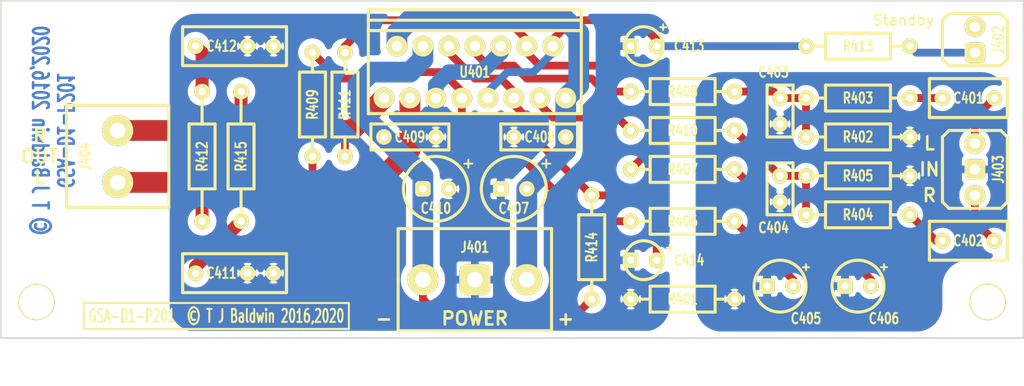
<source format=kicad_pcb>
(kicad_pcb (version 20171130) (host pcbnew 5.1.6-c6e7f7d~86~ubuntu18.04.1)

  (general
    (thickness 1.6)
    (drawings 20)
    (tracks 131)
    (zones 0)
    (modules 36)
    (nets 25)
  )

  (page A4)
  (title_block
    (title Diamond-1)
    (date "May 2020")
    (rev 2.0.1)
    (company "Gemstone Amplication")
    (comment 1 "© Tim Baldwin 2016,2020")
    (comment 2 GSA-D1-P201)
    (comment 3 "Power Amp")
    (comment 4 "Stereo Amplifier")
  )

  (layers
    (0 F.Cu signal hide)
    (31 B.Cu signal)
    (32 B.Adhes user)
    (33 F.Adhes user)
    (34 B.Paste user)
    (35 F.Paste user)
    (36 B.SilkS user)
    (37 F.SilkS user)
    (38 B.Mask user)
    (39 F.Mask user)
    (40 Dwgs.User user)
    (41 Cmts.User user)
    (42 Eco1.User user)
    (43 Eco2.User user)
    (44 Edge.Cuts user)
    (45 Margin user)
    (46 B.CrtYd user)
    (47 F.CrtYd user)
    (48 B.Fab user)
    (49 F.Fab user)
  )

  (setup
    (last_trace_width 0.25)
    (trace_clearance 0.2)
    (zone_clearance 0.508)
    (zone_45_only no)
    (trace_min 0.2)
    (via_size 0.8)
    (via_drill 0.4)
    (via_min_size 0.4)
    (via_min_drill 0.3)
    (uvia_size 0.3)
    (uvia_drill 0.1)
    (uvias_allowed no)
    (uvia_min_size 0.2)
    (uvia_min_drill 0.1)
    (edge_width 0.05)
    (segment_width 0.2)
    (pcb_text_width 0.3)
    (pcb_text_size 1.5 1.5)
    (mod_edge_width 0.12)
    (mod_text_size 1 1)
    (mod_text_width 0.15)
    (pad_size 2.032 2.032)
    (pad_drill 1)
    (pad_to_mask_clearance 0.05)
    (aux_axis_origin 110 80)
    (grid_origin 110 80)
    (visible_elements FFFFFF7F)
    (pcbplotparams
      (layerselection 0x010fc_ffffffff)
      (usegerberextensions false)
      (usegerberattributes true)
      (usegerberadvancedattributes true)
      (creategerberjobfile true)
      (excludeedgelayer true)
      (linewidth 0.100000)
      (plotframeref false)
      (viasonmask false)
      (mode 1)
      (useauxorigin false)
      (hpglpennumber 1)
      (hpglpenspeed 20)
      (hpglpendiameter 15.000000)
      (psnegative false)
      (psa4output false)
      (plotreference true)
      (plotvalue true)
      (plotinvisibletext false)
      (padsonsilk false)
      (subtractmaskfromsilk false)
      (outputformat 1)
      (mirror false)
      (drillshape 1)
      (scaleselection 1)
      (outputdirectory ""))
  )

  (net 0 "")
  (net 1 /L-In)
  (net 2 "Net-(C401-Pad2)")
  (net 3 /R-In)
  (net 4 "Net-(C402-Pad2)")
  (net 5 "Net-(C403-Pad1)")
  (net 6 /GND-S)
  (net 7 "Net-(C404-Pad1)")
  (net 8 "Net-(C405-Pad2)")
  (net 9 "Net-(C406-Pad2)")
  (net 10 /V+)
  (net 11 GND)
  (net 12 /V-)
  (net 13 "Net-(C411-Pad1)")
  (net 14 "Net-(C412-Pad1)")
  (net 15 /SB)
  (net 16 /MT)
  (net 17 /Standby)
  (net 18 "Net-(J402-Pad2)")
  (net 19 /R-Out)
  (net 20 /L-Out)
  (net 21 "Net-(R406-Pad1)")
  (net 22 "Net-(R407-Pad1)")
  (net 23 "Net-(R408-Pad2)")
  (net 24 "Net-(R410-Pad2)")

  (net_class Default "This is the default net class."
    (clearance 0.2)
    (trace_width 0.25)
    (via_dia 0.8)
    (via_drill 0.4)
    (uvia_dia 0.3)
    (uvia_drill 0.1)
    (add_net /GND-S)
    (add_net /L-In)
    (add_net /L-Out)
    (add_net /MT)
    (add_net /R-In)
    (add_net /R-Out)
    (add_net /SB)
    (add_net /Standby)
    (add_net /V+)
    (add_net /V-)
    (add_net GND)
    (add_net "Net-(C401-Pad2)")
    (add_net "Net-(C402-Pad2)")
    (add_net "Net-(C403-Pad1)")
    (add_net "Net-(C404-Pad1)")
    (add_net "Net-(C405-Pad2)")
    (add_net "Net-(C406-Pad2)")
    (add_net "Net-(C411-Pad1)")
    (add_net "Net-(C412-Pad1)")
    (add_net "Net-(J402-Pad2)")
    (add_net "Net-(R406-Pad1)")
    (add_net "Net-(R407-Pad1)")
    (add_net "Net-(R408-Pad2)")
    (add_net "Net-(R410-Pad2)")
  )

  (module gsa:RES10 (layer F.Cu) (tedit 5ECBFC42) (tstamp 5ECBD1E0)
    (at 140.48 90.16 270)
    (path /5A85F25D)
    (fp_text reference R409 (at 0 0 90) (layer F.SilkS)
      (effects (font (size 1.016 0.762) (thickness 0.1905)))
    )
    (fp_text value 39k (at 0 -2.54 90) (layer F.SilkS) hide
      (effects (font (size 1.016 1.016) (thickness 0.1905)))
    )
    (fp_line (start -3.175 0) (end -5.08 0) (layer F.SilkS) (width 0.3048))
    (fp_line (start 3.175 0) (end 5.08 0) (layer F.SilkS) (width 0.3048))
    (fp_line (start -3.175 -1.27) (end -3.175 1.27) (layer F.SilkS) (width 0.3048))
    (fp_line (start -3.175 1.27) (end 3.175 1.27) (layer F.SilkS) (width 0.3048))
    (fp_line (start 3.175 1.27) (end 3.175 -1.27) (layer F.SilkS) (width 0.3048))
    (fp_line (start 3.175 -1.27) (end -3.175 -1.27) (layer F.SilkS) (width 0.3048))
    (pad 2 thru_hole circle (at 5.08 0 270) (size 1.524 1.524) (drill 0.7) (layers *.Cu *.Mask F.SilkS)
      (net 20 /L-Out))
    (pad 1 thru_hole circle (at -5.08 0 270) (size 1.524 1.524) (drill 0.7) (layers *.Cu *.Mask F.SilkS)
      (net 21 "Net-(R406-Pad1)"))
    (model ${GSALIB}/gsa.3d/res10.wrl
      (at (xyz 0 0 0))
      (scale (xyz 1 1 1))
      (rotate (xyz 0 0 0))
    )
  )

  (module gsa:RES12 (layer F.Cu) (tedit 5ECBFC51) (tstamp 5ECBD1D5)
    (at 133.495 95.24 90)
    (path /5A85F263)
    (fp_text reference R415 (at 0 0 90) (layer F.SilkS)
      (effects (font (size 1.016 0.762) (thickness 0.1905)))
    )
    (fp_text value 4R7 (at 0 -2.54 90) (layer F.SilkS) hide
      (effects (font (size 1.016 1.016) (thickness 0.1905)))
    )
    (fp_line (start -3.175 0) (end -6.35 0) (layer F.SilkS) (width 0.3048))
    (fp_line (start 3.175 0) (end 6.35 0) (layer F.SilkS) (width 0.3048))
    (fp_line (start -3.175 -1.27) (end -3.175 1.27) (layer F.SilkS) (width 0.3048))
    (fp_line (start -3.175 1.27) (end 3.175 1.27) (layer F.SilkS) (width 0.3048))
    (fp_line (start 3.175 1.27) (end 3.175 -1.27) (layer F.SilkS) (width 0.3048))
    (fp_line (start 3.175 -1.27) (end -3.175 -1.27) (layer F.SilkS) (width 0.3048))
    (pad 2 thru_hole circle (at 6.35 0 90) (size 1.524 1.524) (drill 0.7) (layers *.Cu *.Mask F.SilkS)
      (net 19 /R-Out))
    (pad 1 thru_hole circle (at -6.35 0 90) (size 1.524 1.524) (drill 0.7) (layers *.Cu *.Mask F.SilkS)
      (net 13 "Net-(C411-Pad1)"))
    (model ${GSALIB}/gsa.3d/res12.wrl
      (at (xyz 0 0 0))
      (scale (xyz 1 1 1))
      (rotate (xyz 0 0 0))
    )
  )

  (module gsa:RES10 (layer F.Cu) (tedit 5ECBFC42) (tstamp 5ECBD1C8)
    (at 176.675 92.7 180)
    (path /5A85F25C)
    (fp_text reference R410 (at 0 0) (layer F.SilkS)
      (effects (font (size 1.016 0.762) (thickness 0.1905)))
    )
    (fp_text value 1k (at 0 -2.54) (layer F.SilkS) hide
      (effects (font (size 1.016 1.016) (thickness 0.1905)))
    )
    (fp_line (start -3.175 0) (end -5.08 0) (layer F.SilkS) (width 0.3048))
    (fp_line (start 3.175 0) (end 5.08 0) (layer F.SilkS) (width 0.3048))
    (fp_line (start -3.175 -1.27) (end -3.175 1.27) (layer F.SilkS) (width 0.3048))
    (fp_line (start -3.175 1.27) (end 3.175 1.27) (layer F.SilkS) (width 0.3048))
    (fp_line (start 3.175 1.27) (end 3.175 -1.27) (layer F.SilkS) (width 0.3048))
    (fp_line (start 3.175 -1.27) (end -3.175 -1.27) (layer F.SilkS) (width 0.3048))
    (pad 2 thru_hole circle (at 5.08 0 180) (size 1.524 1.524) (drill 0.7) (layers *.Cu *.Mask F.SilkS)
      (net 24 "Net-(R410-Pad2)"))
    (pad 1 thru_hole circle (at -5.08 0 180) (size 1.524 1.524) (drill 0.7) (layers *.Cu *.Mask F.SilkS)
      (net 7 "Net-(C404-Pad1)"))
    (model ${GSALIB}/gsa.3d/res10.wrl
      (at (xyz 0 0 0))
      (scale (xyz 1 1 1))
      (rotate (xyz 0 0 0))
    )
  )

  (module gsa:ELEC6R (layer F.Cu) (tedit 5EC8EE29) (tstamp 5ECBD1C0)
    (at 152.545 98.415)
    (path /5A85F258)
    (fp_text reference C410 (at 0 1.905) (layer F.SilkS)
      (effects (font (size 1.016 0.762) (thickness 0.1905)))
    )
    (fp_text value 100u (at 0 -4.445 180) (layer F.SilkS) hide
      (effects (font (size 1.016 1.016) (thickness 0.1905)))
    )
    (fp_text user + (at 3.175 -2.54 180) (layer F.SilkS)
      (effects (font (size 1.016 1.016) (thickness 0.1905)))
    )
    (fp_circle (center 0 0) (end 3.175 0) (layer F.SilkS) (width 0.3048))
    (pad 1 thru_hole roundrect (at -1.27 0) (size 1.524 1.524) (drill 0.7) (layers *.Cu *.Mask F.SilkS) (roundrect_rratio 0.25)
      (net 12 /V-))
    (pad 2 thru_hole circle (at 1.27 0) (size 1.524 1.524) (drill 0.7) (layers *.Cu *.Mask F.SilkS)
      (net 11 GND))
    (model ${GSALIB}/gsa.3d/elec6r.wrl
      (at (xyz 0 0 0))
      (scale (xyz 1 1 1))
      (rotate (xyz 0 0 0))
    )
  )

  (module gsa:RES10 (layer F.Cu) (tedit 5ECBFC42) (tstamp 5ECBD1B5)
    (at 176.675 101.59)
    (path /5A85F260)
    (fp_text reference R406 (at 0 0) (layer F.SilkS)
      (effects (font (size 1.016 0.762) (thickness 0.1905)))
    )
    (fp_text value 1k (at 0 -2.54) (layer F.SilkS) hide
      (effects (font (size 1.016 1.016) (thickness 0.1905)))
    )
    (fp_line (start -3.175 0) (end -5.08 0) (layer F.SilkS) (width 0.3048))
    (fp_line (start 3.175 0) (end 5.08 0) (layer F.SilkS) (width 0.3048))
    (fp_line (start -3.175 -1.27) (end -3.175 1.27) (layer F.SilkS) (width 0.3048))
    (fp_line (start -3.175 1.27) (end 3.175 1.27) (layer F.SilkS) (width 0.3048))
    (fp_line (start 3.175 1.27) (end 3.175 -1.27) (layer F.SilkS) (width 0.3048))
    (fp_line (start 3.175 -1.27) (end -3.175 -1.27) (layer F.SilkS) (width 0.3048))
    (pad 2 thru_hole circle (at 5.08 0) (size 1.524 1.524) (drill 0.7) (layers *.Cu *.Mask F.SilkS)
      (net 8 "Net-(C405-Pad2)"))
    (pad 1 thru_hole circle (at -5.08 0) (size 1.524 1.524) (drill 0.7) (layers *.Cu *.Mask F.SilkS)
      (net 21 "Net-(R406-Pad1)"))
    (model ${GSALIB}/gsa.3d/res10.wrl
      (at (xyz 0 0 0))
      (scale (xyz 1 1 1))
      (rotate (xyz 0 0 0))
    )
  )

  (module gsa:ELEC5R (layer F.Cu) (tedit 5EC8EE19) (tstamp 5ECBD1AE)
    (at 193.82 107.94)
    (path /5A85F259)
    (fp_text reference C406 (at 2.54 3.175 180) (layer F.SilkS)
      (effects (font (size 1.016 0.762) (thickness 0.1905)))
    )
    (fp_text value 47u (at 0 -3.81 180) (layer F.SilkS) hide
      (effects (font (size 1.016 1.016) (thickness 0.1905)))
    )
    (fp_text user + (at 2.54 -1.905 180) (layer F.SilkS)
      (effects (font (size 0.762 0.762) (thickness 0.1905)))
    )
    (fp_circle (center 0 0) (end 2.54 0) (layer F.SilkS) (width 0.3048))
    (pad 1 thru_hole roundrect (at -1.27 0) (size 1.524 1.524) (drill 0.7) (layers *.Cu *.Mask F.SilkS) (roundrect_rratio 0.25)
      (net 6 /GND-S))
    (pad 2 thru_hole circle (at 1.27 0) (size 1.524 1.524) (drill 0.7) (layers *.Cu *.Mask F.SilkS)
      (net 9 "Net-(C406-Pad2)"))
    (model ${GSALIB}/gsa.3d/elec5r.wrl
      (at (xyz 0 0 0))
      (scale (xyz 1 1 1))
      (rotate (xyz 0 0 0))
    )
  )

  (module gsa:SCREW2 (layer F.Cu) (tedit 5ED23A7D) (tstamp 5ECBD1A4)
    (at 121.43 95.24 270)
    (path /5A85F26A)
    (fp_text reference J404 (at 0 3.175 270) (layer F.SilkS)
      (effects (font (size 1.016 0.762) (thickness 0.1905)))
    )
    (fp_text value CONN-2 (at 0 -6.35 90) (layer F.SilkS) hide
      (effects (font (size 1.016 1.016) (thickness 0.1905)))
    )
    (fp_line (start -5 5) (end -5 0) (layer F.SilkS) (width 0.3048))
    (fp_line (start 5 -5) (end 5 5) (layer F.SilkS) (width 0.3048))
    (fp_line (start -5 0) (end -5 -5) (layer F.SilkS) (width 0.3048))
    (fp_line (start -5 -5) (end 5 -5) (layer F.SilkS) (width 0.3048))
    (fp_line (start -5 5) (end 5 5) (layer F.SilkS) (width 0.3048))
    (pad 2 thru_hole circle (at 2.54 0 270) (size 3.048 3.048) (drill 1.5) (layers *.Cu *.Mask F.SilkS)
      (net 20 /L-Out))
    (pad 1 thru_hole circle (at -2.54 0 270) (size 3.048 3.048) (drill 1.5) (layers *.Cu *.Mask F.SilkS)
      (net 19 /R-Out))
    (model ${GSALIB}/gsa.3d/screw2.wrl
      (at (xyz 0 0 0))
      (scale (xyz 1 1 1))
      (rotate (xyz 0 0 0))
    )
  )

  (module gsa:MOLEX2 (layer F.Cu) (tedit 5ED22599) (tstamp 5ECBD197)
    (at 205.25 83.81 90)
    (path /5A85F27C)
    (fp_text reference J402 (at 0 2.286 90) (layer F.SilkS)
      (effects (font (size 1.016 0.762) (thickness 0.1905)))
    )
    (fp_text value CONN-2 (at 0 -4.445 90) (layer F.SilkS) hide
      (effects (font (size 1.016 1.016) (thickness 0.1905)))
    )
    (fp_line (start 2.54 -2.54) (end 2.54 2.54) (layer F.SilkS) (width 0.3048))
    (fp_line (start 1.905 3.175) (end -1.905 3.175) (layer F.SilkS) (width 0.3048))
    (fp_line (start -2.54 2.54) (end -2.54 -2.54) (layer F.SilkS) (width 0.3048))
    (fp_line (start -1.905 -3.175) (end 1.905 -3.175) (layer F.SilkS) (width 0.3048))
    (fp_line (start -1.905 -3.175) (end -2.54 -2.54) (layer F.SilkS) (width 0.3048))
    (fp_line (start -2.54 2.54) (end -1.905 3.175) (layer F.SilkS) (width 0.3048))
    (fp_line (start 1.905 3.175) (end 2.54 2.54) (layer F.SilkS) (width 0.3048))
    (fp_line (start 1.905 -3.175) (end 2.54 -2.54) (layer F.SilkS) (width 0.3048))
    (pad 2 thru_hole circle (at 1.27 0 90) (size 2.032 2.032) (drill 1) (layers *.Cu *.Mask F.SilkS)
      (net 18 "Net-(J402-Pad2)"))
    (pad 1 thru_hole roundrect (at -1.27 0 90) (size 2.032 2.032) (drill 1) (layers *.Cu *.Mask F.SilkS) (roundrect_rratio 0.25)
      (net 17 /Standby))
    (model ${GSALIB}/gsa.3d/conn2.wrl
      (at (xyz 0 0 0))
      (scale (xyz 1 1 1))
      (rotate (xyz 0 0 0))
    )
  )

  (module gsa:RES10 (layer F.Cu) (tedit 5ECBFC42) (tstamp 5ECBD18B)
    (at 176.675 88.89 180)
    (path /5A85F25B)
    (fp_text reference R408 (at 0 0) (layer F.SilkS)
      (effects (font (size 1.016 0.762) (thickness 0.1905)))
    )
    (fp_text value 1k (at 0 -2.54) (layer F.SilkS) hide
      (effects (font (size 1.016 1.016) (thickness 0.1905)))
    )
    (fp_line (start -3.175 0) (end -5.08 0) (layer F.SilkS) (width 0.3048))
    (fp_line (start 3.175 0) (end 5.08 0) (layer F.SilkS) (width 0.3048))
    (fp_line (start -3.175 -1.27) (end -3.175 1.27) (layer F.SilkS) (width 0.3048))
    (fp_line (start -3.175 1.27) (end 3.175 1.27) (layer F.SilkS) (width 0.3048))
    (fp_line (start 3.175 1.27) (end 3.175 -1.27) (layer F.SilkS) (width 0.3048))
    (fp_line (start 3.175 -1.27) (end -3.175 -1.27) (layer F.SilkS) (width 0.3048))
    (pad 2 thru_hole circle (at 5.08 0 180) (size 1.524 1.524) (drill 0.7) (layers *.Cu *.Mask F.SilkS)
      (net 23 "Net-(R408-Pad2)"))
    (pad 1 thru_hole circle (at -5.08 0 180) (size 1.524 1.524) (drill 0.7) (layers *.Cu *.Mask F.SilkS)
      (net 5 "Net-(C403-Pad1)"))
    (model ${GSALIB}/gsa.3d/res10.wrl
      (at (xyz 0 0 0))
      (scale (xyz 1 1 1))
      (rotate (xyz 0 0 0))
    )
  )

  (module gsa:ELEC4R (layer F.Cu) (tedit 5EC8ECBC) (tstamp 5ECBD183)
    (at 172.865 84.445)
    (path /5A85F277)
    (fp_text reference C413 (at 4.445 0) (layer F.SilkS)
      (effects (font (size 1.016 0.762) (thickness 0.1905)))
    )
    (fp_text value 47u (at 0 -3.175) (layer F.SilkS) hide
      (effects (font (size 1.016 1.016) (thickness 0.1905)))
    )
    (fp_text user + (at 1.905 -1.905 180) (layer F.SilkS)
      (effects (font (size 0.762 0.762) (thickness 0.1905)))
    )
    (fp_circle (center 0 0) (end 1.905 0) (layer F.SilkS) (width 0.3048))
    (pad 1 thru_hole roundrect (at -1.27 0) (size 1.524 1.524) (drill 0.7) (layers *.Cu *.Mask F.SilkS) (roundrect_rratio 0.25)
      (net 11 GND))
    (pad 2 thru_hole circle (at 1.27 0) (size 1.524 1.524) (drill 0.7) (layers *.Cu *.Mask F.SilkS)
      (net 15 /SB))
    (model ${GSALIB}/gsa.3d/elec4r.wrl
      (at (xyz 0 0 0))
      (scale (xyz 1 1 1))
      (rotate (xyz 0 0 0))
    )
  )

  (module gsa:RES10 (layer F.Cu) (tedit 5ECBFC42) (tstamp 5ECBD177)
    (at 176.675 96.51)
    (path /5A85F25F)
    (fp_text reference R407 (at 0 0) (layer F.SilkS)
      (effects (font (size 1.016 0.762) (thickness 0.1905)))
    )
    (fp_text value 1k (at 0 -2.54) (layer F.SilkS) hide
      (effects (font (size 1.016 1.016) (thickness 0.1905)))
    )
    (fp_line (start -3.175 0) (end -5.08 0) (layer F.SilkS) (width 0.3048))
    (fp_line (start 3.175 0) (end 5.08 0) (layer F.SilkS) (width 0.3048))
    (fp_line (start -3.175 -1.27) (end -3.175 1.27) (layer F.SilkS) (width 0.3048))
    (fp_line (start -3.175 1.27) (end 3.175 1.27) (layer F.SilkS) (width 0.3048))
    (fp_line (start 3.175 1.27) (end 3.175 -1.27) (layer F.SilkS) (width 0.3048))
    (fp_line (start 3.175 -1.27) (end -3.175 -1.27) (layer F.SilkS) (width 0.3048))
    (pad 2 thru_hole circle (at 5.08 0) (size 1.524 1.524) (drill 0.7) (layers *.Cu *.Mask F.SilkS)
      (net 9 "Net-(C406-Pad2)"))
    (pad 1 thru_hole circle (at -5.08 0) (size 1.524 1.524) (drill 0.7) (layers *.Cu *.Mask F.SilkS)
      (net 22 "Net-(R407-Pad1)"))
    (model ${GSALIB}/gsa.3d/res10.wrl
      (at (xyz 0 0 0))
      (scale (xyz 1 1 1))
      (rotate (xyz 0 0 0))
    )
  )

  (module gsa:ELEC6R (layer F.Cu) (tedit 5EC8EE29) (tstamp 5ECBD170)
    (at 160.165 98.415)
    (path /5A85F257)
    (fp_text reference C407 (at 0 1.905) (layer F.SilkS)
      (effects (font (size 1.016 0.762) (thickness 0.1905)))
    )
    (fp_text value 100u (at 0 -4.445 180) (layer F.SilkS) hide
      (effects (font (size 1.016 1.016) (thickness 0.1905)))
    )
    (fp_text user + (at 3.175 -2.54 180) (layer F.SilkS)
      (effects (font (size 1.016 1.016) (thickness 0.1905)))
    )
    (fp_circle (center 0 0) (end 3.175 0) (layer F.SilkS) (width 0.3048))
    (pad 1 thru_hole roundrect (at -1.27 0) (size 1.524 1.524) (drill 0.7) (layers *.Cu *.Mask F.SilkS) (roundrect_rratio 0.25)
      (net 11 GND))
    (pad 2 thru_hole circle (at 1.27 0) (size 1.524 1.524) (drill 0.7) (layers *.Cu *.Mask F.SilkS)
      (net 10 /V+))
    (model ${GSALIB}/gsa.3d/elec6r.wrl
      (at (xyz 0 0 0))
      (scale (xyz 1 1 1))
      (rotate (xyz 0 0 0))
    )
  )

  (module gsa:SCREW3 (layer F.Cu) (tedit 5ED23A92) (tstamp 5ECBD165)
    (at 156.355 107.305)
    (path /5A85F267)
    (fp_text reference J401 (at 0 -3.175 180) (layer F.SilkS)
      (effects (font (size 1.016 0.762) (thickness 0.1905)))
    )
    (fp_text value CONN-3 (at 0 -6.35) (layer F.SilkS) hide
      (effects (font (size 1.016 1.016) (thickness 0.1905)))
    )
    (fp_line (start -7.5 5) (end -7.5 0) (layer F.SilkS) (width 0.3048))
    (fp_line (start -7.5 0) (end -7.5 -5) (layer F.SilkS) (width 0.3048))
    (fp_line (start 7.5 -5) (end 7.5 5) (layer F.SilkS) (width 0.3048))
    (fp_line (start -7.5 -5) (end 7.5 -5) (layer F.SilkS) (width 0.3048))
    (fp_line (start -7.5 5) (end 7.5 5) (layer F.SilkS) (width 0.3048))
    (pad 3 thru_hole circle (at 5.08 0) (size 3.048 3.048) (drill 1.5) (layers *.Cu *.Mask F.SilkS)
      (net 10 /V+))
    (pad 2 thru_hole roundrect (at 0 0) (size 3.048 3.048) (drill 1.5) (layers *.Cu *.Mask F.SilkS) (roundrect_rratio 0.25)
      (net 11 GND))
    (pad 1 thru_hole circle (at -5.08 0) (size 3.048 3.048) (drill 1.5) (layers *.Cu *.Mask F.SilkS)
      (net 12 /V-))
    (model ${GSALIB}/gsa.3d/screw3.wrl
      (at (xyz 0 0 0))
      (scale (xyz 1 1 1))
      (rotate (xyz 0 0 0))
    )
  )

  (module gsa:CAP725 (layer F.Cu) (tedit 5EC3028B) (tstamp 5ECBD15C)
    (at 150.005 93.335)
    (path /5A85F255)
    (fp_text reference C409 (at 0 0) (layer F.SilkS)
      (effects (font (size 1.016 0.762) (thickness 0.1905)))
    )
    (fp_text value 100n (at 0 -2.54) (layer F.SilkS) hide
      (effects (font (size 1.016 1.016) (thickness 0.1905)))
    )
    (fp_line (start -3.81 -1.27) (end 3.81 -1.27) (layer F.SilkS) (width 0.3048))
    (fp_line (start -3.81 1.27) (end -3.81 -1.27) (layer F.SilkS) (width 0.3048))
    (fp_line (start 3.81 1.27) (end -3.81 1.27) (layer F.SilkS) (width 0.3048))
    (fp_line (start 3.81 -1.27) (end 3.81 1.27) (layer F.SilkS) (width 0.3048))
    (pad 2 thru_hole circle (at 2.54 0) (size 1.524 1.524) (drill 0.7) (layers *.Cu *.Mask F.SilkS)
      (net 11 GND))
    (pad 1 thru_hole circle (at -2.54 0) (size 1.524 1.524) (drill 0.7) (layers *.Cu *.Mask F.SilkS)
      (net 12 /V-))
    (model ${GSALIB}/gsa.3d/cap725.wrl
      (at (xyz 0 0 0))
      (scale (xyz 1 1 1))
      (rotate (xyz 0 0 0))
    )
  )

  (module gsa:RES10 (layer F.Cu) (tedit 5ECBFC42) (tstamp 5ECBD150)
    (at 193.82 97.145)
    (path /5A85F265)
    (fp_text reference R405 (at 0 0) (layer F.SilkS)
      (effects (font (size 1.016 0.762) (thickness 0.1905)))
    )
    (fp_text value 47k (at 0 -2.54) (layer F.SilkS) hide
      (effects (font (size 1.016 1.016) (thickness 0.1905)))
    )
    (fp_line (start -3.175 0) (end -5.08 0) (layer F.SilkS) (width 0.3048))
    (fp_line (start 3.175 0) (end 5.08 0) (layer F.SilkS) (width 0.3048))
    (fp_line (start -3.175 -1.27) (end -3.175 1.27) (layer F.SilkS) (width 0.3048))
    (fp_line (start -3.175 1.27) (end 3.175 1.27) (layer F.SilkS) (width 0.3048))
    (fp_line (start 3.175 1.27) (end 3.175 -1.27) (layer F.SilkS) (width 0.3048))
    (fp_line (start 3.175 -1.27) (end -3.175 -1.27) (layer F.SilkS) (width 0.3048))
    (pad 2 thru_hole circle (at 5.08 0) (size 1.524 1.524) (drill 0.7) (layers *.Cu *.Mask F.SilkS)
      (net 6 /GND-S))
    (pad 1 thru_hole circle (at -5.08 0) (size 1.524 1.524) (drill 0.7) (layers *.Cu *.Mask F.SilkS)
      (net 7 "Net-(C404-Pad1)"))
    (model ${GSALIB}/gsa.3d/res10.wrl
      (at (xyz 0 0 0))
      (scale (xyz 1 1 1))
      (rotate (xyz 0 0 0))
    )
  )

  (module gsa:CAP-7-10 (layer F.Cu) (tedit 5EC3024D) (tstamp 5ECBD137)
    (at 132.86 84.445)
    (path /5A85F256)
    (fp_text reference C412 (at -1.27 0) (layer F.SilkS)
      (effects (font (size 1.016 0.762) (thickness 0.1905)))
    )
    (fp_text value 100n (at 0 -3.175) (layer F.SilkS) hide
      (effects (font (size 1.016 1.016) (thickness 0.1905)))
    )
    (fp_line (start -5.08 1.905) (end 5.08 1.905) (layer F.SilkS) (width 0.3048))
    (fp_line (start -5.08 -1.905) (end 5.08 -1.905) (layer F.SilkS) (width 0.3048))
    (fp_line (start 5.08 -1.778) (end 5.08 1.778) (layer F.SilkS) (width 0.3048))
    (fp_line (start -5.08 -1.778) (end -5.08 1.778) (layer F.SilkS) (width 0.3048))
    (pad 2 thru_hole circle (at 1.27 0) (size 1.524 1.524) (drill 0.7) (layers *.Cu *.Mask F.SilkS)
      (net 11 GND))
    (pad 2 thru_hole circle (at 3.81 0) (size 1.524 1.524) (drill 0.7) (layers *.Cu *.Mask F.SilkS)
      (net 11 GND))
    (pad 1 thru_hole circle (at -3.81 0) (size 1.524 1.524) (drill 0.7) (layers *.Cu *.Mask F.SilkS)
      (net 14 "Net-(C412-Pad1)"))
    (model ${GSALIB}/gsa.3d/cap1035.wrl
      (at (xyz 0 0 0))
      (scale (xyz 1 1 1))
      (rotate (xyz 0 0 0))
    )
  )

  (module gsa:CAP725 (layer F.Cu) (tedit 5EC3028B) (tstamp 5ECBD12E)
    (at 162.705 93.335 180)
    (path /5A85F254)
    (fp_text reference C408 (at 0 0) (layer F.SilkS)
      (effects (font (size 1.016 0.762) (thickness 0.1905)))
    )
    (fp_text value 100n (at 0 -2.54) (layer F.SilkS) hide
      (effects (font (size 1.016 1.016) (thickness 0.1905)))
    )
    (fp_line (start -3.81 -1.27) (end 3.81 -1.27) (layer F.SilkS) (width 0.3048))
    (fp_line (start -3.81 1.27) (end -3.81 -1.27) (layer F.SilkS) (width 0.3048))
    (fp_line (start 3.81 1.27) (end -3.81 1.27) (layer F.SilkS) (width 0.3048))
    (fp_line (start 3.81 -1.27) (end 3.81 1.27) (layer F.SilkS) (width 0.3048))
    (pad 2 thru_hole circle (at 2.54 0 180) (size 1.524 1.524) (drill 0.7) (layers *.Cu *.Mask F.SilkS)
      (net 11 GND))
    (pad 1 thru_hole circle (at -2.54 0 180) (size 1.524 1.524) (drill 0.7) (layers *.Cu *.Mask F.SilkS)
      (net 10 /V+))
    (model ${GSALIB}/gsa.3d/cap725.wrl
      (at (xyz 0 0 0))
      (scale (xyz 1 1 1))
      (rotate (xyz 0 0 0))
    )
  )

  (module gsa:RES10 (layer F.Cu) (tedit 5ECBFC42) (tstamp 5ECBD11B)
    (at 143.655 90.16 270)
    (path /5A85F25E)
    (fp_text reference R411 (at 0 0 90) (layer F.SilkS)
      (effects (font (size 1.016 0.762) (thickness 0.1905)))
    )
    (fp_text value 39k (at 0 -2.54 90) (layer F.SilkS) hide
      (effects (font (size 1.016 1.016) (thickness 0.1905)))
    )
    (fp_line (start -3.175 0) (end -5.08 0) (layer F.SilkS) (width 0.3048))
    (fp_line (start 3.175 0) (end 5.08 0) (layer F.SilkS) (width 0.3048))
    (fp_line (start -3.175 -1.27) (end -3.175 1.27) (layer F.SilkS) (width 0.3048))
    (fp_line (start -3.175 1.27) (end 3.175 1.27) (layer F.SilkS) (width 0.3048))
    (fp_line (start 3.175 1.27) (end 3.175 -1.27) (layer F.SilkS) (width 0.3048))
    (fp_line (start 3.175 -1.27) (end -3.175 -1.27) (layer F.SilkS) (width 0.3048))
    (pad 2 thru_hole circle (at 5.08 0 270) (size 1.524 1.524) (drill 0.7) (layers *.Cu *.Mask F.SilkS)
      (net 19 /R-Out))
    (pad 1 thru_hole circle (at -5.08 0 270) (size 1.524 1.524) (drill 0.7) (layers *.Cu *.Mask F.SilkS)
      (net 22 "Net-(R407-Pad1)"))
    (model ${GSALIB}/gsa.3d/res10.wrl
      (at (xyz 0 0 0))
      (scale (xyz 1 1 1))
      (rotate (xyz 0 0 0))
    )
  )

  (module gsa:RES10 (layer F.Cu) (tedit 5ECBFC42) (tstamp 5ECBD110)
    (at 193.82 100.955 180)
    (path /5A85F26C)
    (fp_text reference R404 (at 0 0) (layer F.SilkS)
      (effects (font (size 1.016 0.762) (thickness 0.1905)))
    )
    (fp_text value 1k (at 0 -2.54) (layer F.SilkS) hide
      (effects (font (size 1.016 1.016) (thickness 0.1905)))
    )
    (fp_line (start -3.175 0) (end -5.08 0) (layer F.SilkS) (width 0.3048))
    (fp_line (start 3.175 0) (end 5.08 0) (layer F.SilkS) (width 0.3048))
    (fp_line (start -3.175 -1.27) (end -3.175 1.27) (layer F.SilkS) (width 0.3048))
    (fp_line (start -3.175 1.27) (end 3.175 1.27) (layer F.SilkS) (width 0.3048))
    (fp_line (start 3.175 1.27) (end 3.175 -1.27) (layer F.SilkS) (width 0.3048))
    (fp_line (start 3.175 -1.27) (end -3.175 -1.27) (layer F.SilkS) (width 0.3048))
    (pad 2 thru_hole circle (at 5.08 0 180) (size 1.524 1.524) (drill 0.7) (layers *.Cu *.Mask F.SilkS)
      (net 7 "Net-(C404-Pad1)"))
    (pad 1 thru_hole circle (at -5.08 0 180) (size 1.524 1.524) (drill 0.7) (layers *.Cu *.Mask F.SilkS)
      (net 4 "Net-(C402-Pad2)"))
    (model ${GSALIB}/gsa.3d/res10.wrl
      (at (xyz 0 0 0))
      (scale (xyz 1 1 1))
      (rotate (xyz 0 0 0))
    )
  )

  (module gsa:RES10 (layer F.Cu) (tedit 5ECBFC42) (tstamp 5ECBD105)
    (at 193.82 93.335)
    (path /5A85F264)
    (fp_text reference R402 (at 0 0) (layer F.SilkS)
      (effects (font (size 1.016 0.762) (thickness 0.1905)))
    )
    (fp_text value 47k (at 0 -2.54) (layer F.SilkS) hide
      (effects (font (size 1.016 1.016) (thickness 0.1905)))
    )
    (fp_line (start -3.175 0) (end -5.08 0) (layer F.SilkS) (width 0.3048))
    (fp_line (start 3.175 0) (end 5.08 0) (layer F.SilkS) (width 0.3048))
    (fp_line (start -3.175 -1.27) (end -3.175 1.27) (layer F.SilkS) (width 0.3048))
    (fp_line (start -3.175 1.27) (end 3.175 1.27) (layer F.SilkS) (width 0.3048))
    (fp_line (start 3.175 1.27) (end 3.175 -1.27) (layer F.SilkS) (width 0.3048))
    (fp_line (start 3.175 -1.27) (end -3.175 -1.27) (layer F.SilkS) (width 0.3048))
    (pad 2 thru_hole circle (at 5.08 0) (size 1.524 1.524) (drill 0.7) (layers *.Cu *.Mask F.SilkS)
      (net 6 /GND-S))
    (pad 1 thru_hole circle (at -5.08 0) (size 1.524 1.524) (drill 0.7) (layers *.Cu *.Mask F.SilkS)
      (net 5 "Net-(C403-Pad1)"))
    (model ${GSALIB}/gsa.3d/res10.wrl
      (at (xyz 0 0 0))
      (scale (xyz 1 1 1))
      (rotate (xyz 0 0 0))
    )
  )

  (module gsa:HOLE33 (layer F.Cu) (tedit 5EC30509) (tstamp 5ECBD101)
    (at 113.5 109.5)
    (path /5A85F273)
    (fp_text reference H402 (at 0 3.175) (layer F.SilkS) hide
      (effects (font (size 1.016 0.762) (thickness 0.1905)))
    )
    (fp_text value HOLE (at 0 -3.175) (layer F.SilkS) hide
      (effects (font (size 1.016 1.016) (thickness 0.1905)))
    )
    (pad "" thru_hole circle (at 0 0) (size 3.556 3.556) (drill 3.300001) (layers *.Cu *.Mask F.SilkS))
  )

  (module gsa:RES10 (layer F.Cu) (tedit 5ECBFC42) (tstamp 5ECBD0E3)
    (at 167.785 104.13 90)
    (path /5A85F279)
    (fp_text reference R414 (at 0 0 90) (layer F.SilkS)
      (effects (font (size 1.016 0.762) (thickness 0.1905)))
    )
    (fp_text value 18k (at 0 -2.54 90) (layer F.SilkS) hide
      (effects (font (size 1.016 1.016) (thickness 0.1905)))
    )
    (fp_line (start -3.175 0) (end -5.08 0) (layer F.SilkS) (width 0.3048))
    (fp_line (start 3.175 0) (end 5.08 0) (layer F.SilkS) (width 0.3048))
    (fp_line (start -3.175 -1.27) (end -3.175 1.27) (layer F.SilkS) (width 0.3048))
    (fp_line (start -3.175 1.27) (end 3.175 1.27) (layer F.SilkS) (width 0.3048))
    (fp_line (start 3.175 1.27) (end 3.175 -1.27) (layer F.SilkS) (width 0.3048))
    (fp_line (start 3.175 -1.27) (end -3.175 -1.27) (layer F.SilkS) (width 0.3048))
    (pad 2 thru_hole circle (at 5.08 0 90) (size 1.524 1.524) (drill 0.7) (layers *.Cu *.Mask F.SilkS)
      (net 16 /MT))
    (pad 1 thru_hole circle (at -5.08 0 90) (size 1.524 1.524) (drill 0.7) (layers *.Cu *.Mask F.SilkS)
      (net 12 /V-))
    (model ${GSALIB}/gsa.3d/res10.wrl
      (at (xyz 0 0 0))
      (scale (xyz 1 1 1))
      (rotate (xyz 0 0 0))
    )
  )

  (module gsa:CAP-C25 (layer F.Cu) (tedit 5EC3020A) (tstamp 5ECBD0D1)
    (at 186.2 98.415 270)
    (path /5A85F269)
    (fp_text reference C404 (at 3.81 0.635 180) (layer F.SilkS)
      (effects (font (size 1.016 0.762) (thickness 0.1905)))
    )
    (fp_text value 220p (at 0 -2.54 90) (layer F.SilkS) hide
      (effects (font (size 1.016 1.016) (thickness 0.1905)))
    )
    (fp_line (start -2.54 1.27) (end -2.54 -1.27) (layer F.SilkS) (width 0.3048))
    (fp_line (start 2.54 -1.27) (end 2.54 1.27) (layer F.SilkS) (width 0.3048))
    (fp_line (start -2.54 1.27) (end 2.54 1.27) (layer F.SilkS) (width 0.3048))
    (fp_line (start -2.54 -1.27) (end 2.54 -1.27) (layer F.SilkS) (width 0.3048))
    (pad 2 thru_hole circle (at 1.27 0 270) (size 1.524 1.524) (drill 0.7) (layers *.Cu *.Mask F.SilkS)
      (net 6 /GND-S))
    (pad 1 thru_hole circle (at -1.27 0 270) (size 1.524 1.524) (drill 0.7) (layers *.Cu *.Mask F.SilkS)
      (net 7 "Net-(C404-Pad1)"))
    (model ${GSALIB}/gsa.3d/cap-c5.wrl
      (at (xyz 0 0 0))
      (scale (xyz 1 1 1))
      (rotate (xyz 0 0 0))
    )
  )

  (module gsa:RES12 (layer F.Cu) (tedit 5ECBFC51) (tstamp 5ECBD0BB)
    (at 129.685 95.24 270)
    (path /5A85F261)
    (fp_text reference R412 (at 0 0 90) (layer F.SilkS)
      (effects (font (size 1.016 0.762) (thickness 0.1905)))
    )
    (fp_text value 4R7 (at 0 -2.54 90) (layer F.SilkS) hide
      (effects (font (size 1.016 1.016) (thickness 0.1905)))
    )
    (fp_line (start -3.175 0) (end -6.35 0) (layer F.SilkS) (width 0.3048))
    (fp_line (start 3.175 0) (end 6.35 0) (layer F.SilkS) (width 0.3048))
    (fp_line (start -3.175 -1.27) (end -3.175 1.27) (layer F.SilkS) (width 0.3048))
    (fp_line (start -3.175 1.27) (end 3.175 1.27) (layer F.SilkS) (width 0.3048))
    (fp_line (start 3.175 1.27) (end 3.175 -1.27) (layer F.SilkS) (width 0.3048))
    (fp_line (start 3.175 -1.27) (end -3.175 -1.27) (layer F.SilkS) (width 0.3048))
    (pad 2 thru_hole circle (at 6.35 0 270) (size 1.524 1.524) (drill 0.7) (layers *.Cu *.Mask F.SilkS)
      (net 20 /L-Out))
    (pad 1 thru_hole circle (at -6.35 0 270) (size 1.524 1.524) (drill 0.7) (layers *.Cu *.Mask F.SilkS)
      (net 14 "Net-(C412-Pad1)"))
    (model ${GSALIB}/gsa.3d/res12.wrl
      (at (xyz 0 0 0))
      (scale (xyz 1 1 1))
      (rotate (xyz 0 0 0))
    )
  )

  (module gsa:ELEC4R (layer F.Cu) (tedit 5EC8ECBC) (tstamp 5ECBD0A7)
    (at 172.865 105.4)
    (path /5A85F278)
    (fp_text reference C414 (at 4.445 0) (layer F.SilkS)
      (effects (font (size 1.016 0.762) (thickness 0.1905)))
    )
    (fp_text value 47u (at 0 -3.175) (layer F.SilkS) hide
      (effects (font (size 1.016 1.016) (thickness 0.1905)))
    )
    (fp_text user + (at 2.54 -1.27 180) (layer F.SilkS)
      (effects (font (size 0.762 0.762) (thickness 0.1905)))
    )
    (fp_circle (center 0 0) (end 1.905 0) (layer F.SilkS) (width 0.3048))
    (pad 1 thru_hole roundrect (at -1.27 0) (size 1.524 1.524) (drill 0.7) (layers *.Cu *.Mask F.SilkS) (roundrect_rratio 0.25)
      (net 11 GND))
    (pad 2 thru_hole circle (at 1.27 0) (size 1.524 1.524) (drill 0.7) (layers *.Cu *.Mask F.SilkS)
      (net 16 /MT))
    (model ${GSALIB}/gsa.3d/elec4r.wrl
      (at (xyz 0 0 0))
      (scale (xyz 1 1 1))
      (rotate (xyz 0 0 0))
    )
  )

  (module gsa:RES10 (layer F.Cu) (tedit 5ECBFC42) (tstamp 5ECBD095)
    (at 176.675 109.21)
    (path /5A85F26D)
    (fp_text reference R401 (at 0 0) (layer F.SilkS)
      (effects (font (size 1.016 0.762) (thickness 0.1905)))
    )
    (fp_text value 5R6 (at 0 -2.54) (layer F.SilkS) hide
      (effects (font (size 1.016 1.016) (thickness 0.1905)))
    )
    (fp_line (start -3.175 0) (end -5.08 0) (layer F.SilkS) (width 0.3048))
    (fp_line (start 3.175 0) (end 5.08 0) (layer F.SilkS) (width 0.3048))
    (fp_line (start -3.175 -1.27) (end -3.175 1.27) (layer F.SilkS) (width 0.3048))
    (fp_line (start -3.175 1.27) (end 3.175 1.27) (layer F.SilkS) (width 0.3048))
    (fp_line (start 3.175 1.27) (end 3.175 -1.27) (layer F.SilkS) (width 0.3048))
    (fp_line (start 3.175 -1.27) (end -3.175 -1.27) (layer F.SilkS) (width 0.3048))
    (pad 2 thru_hole circle (at 5.08 0) (size 1.524 1.524) (drill 0.7) (layers *.Cu *.Mask F.SilkS)
      (net 6 /GND-S))
    (pad 1 thru_hole circle (at -5.08 0) (size 1.524 1.524) (drill 0.7) (layers *.Cu *.Mask F.SilkS)
      (net 11 GND))
    (model ${GSALIB}/gsa.3d/res10.wrl
      (at (xyz 0 0 0))
      (scale (xyz 1 1 1))
      (rotate (xyz 0 0 0))
    )
  )

  (module gsa:CAP-7-10 (layer F.Cu) (tedit 5EC3024D) (tstamp 5ECBD07E)
    (at 132.86 106.67)
    (path /5A85F262)
    (fp_text reference C411 (at -1.27 0) (layer F.SilkS)
      (effects (font (size 1.016 0.762) (thickness 0.1905)))
    )
    (fp_text value 100n (at 0 -3.175) (layer F.SilkS) hide
      (effects (font (size 1.016 1.016) (thickness 0.1905)))
    )
    (fp_line (start -5.08 1.905) (end 5.08 1.905) (layer F.SilkS) (width 0.3048))
    (fp_line (start -5.08 -1.905) (end 5.08 -1.905) (layer F.SilkS) (width 0.3048))
    (fp_line (start 5.08 -1.778) (end 5.08 1.778) (layer F.SilkS) (width 0.3048))
    (fp_line (start -5.08 -1.778) (end -5.08 1.778) (layer F.SilkS) (width 0.3048))
    (pad 2 thru_hole circle (at 1.27 0) (size 1.524 1.524) (drill 0.7) (layers *.Cu *.Mask F.SilkS)
      (net 11 GND))
    (pad 2 thru_hole circle (at 3.81 0) (size 1.524 1.524) (drill 0.7) (layers *.Cu *.Mask F.SilkS)
      (net 11 GND))
    (pad 1 thru_hole circle (at -3.81 0) (size 1.524 1.524) (drill 0.7) (layers *.Cu *.Mask F.SilkS)
      (net 13 "Net-(C411-Pad1)"))
    (model ${GSALIB}/gsa.3d/cap1035.wrl
      (at (xyz 0 0 0))
      (scale (xyz 1 1 1))
      (rotate (xyz 0 0 0))
    )
  )

  (module gsa:CAP-C25 (layer F.Cu) (tedit 5EC3020A) (tstamp 5ECBD05F)
    (at 186.2 90.795 270)
    (path /5A85F268)
    (fp_text reference C403 (at -3.81 0.635 180) (layer F.SilkS)
      (effects (font (size 1.016 0.762) (thickness 0.1905)))
    )
    (fp_text value 220p (at 0 -2.54 90) (layer F.SilkS) hide
      (effects (font (size 1.016 1.016) (thickness 0.1905)))
    )
    (fp_line (start -2.54 1.27) (end -2.54 -1.27) (layer F.SilkS) (width 0.3048))
    (fp_line (start 2.54 -1.27) (end 2.54 1.27) (layer F.SilkS) (width 0.3048))
    (fp_line (start -2.54 1.27) (end 2.54 1.27) (layer F.SilkS) (width 0.3048))
    (fp_line (start -2.54 -1.27) (end 2.54 -1.27) (layer F.SilkS) (width 0.3048))
    (pad 2 thru_hole circle (at 1.27 0 270) (size 1.524 1.524) (drill 0.7) (layers *.Cu *.Mask F.SilkS)
      (net 6 /GND-S))
    (pad 1 thru_hole circle (at -1.27 0 270) (size 1.524 1.524) (drill 0.7) (layers *.Cu *.Mask F.SilkS)
      (net 5 "Net-(C403-Pad1)"))
    (model ${GSALIB}/gsa.3d/cap-c5.wrl
      (at (xyz 0 0 0))
      (scale (xyz 1 1 1))
      (rotate (xyz 0 0 0))
    )
  )

  (module gsa:RES10 (layer F.Cu) (tedit 5ECBFC42) (tstamp 5ECBD04C)
    (at 193.82 89.525 180)
    (path /5A85F26B)
    (fp_text reference R403 (at 0 0) (layer F.SilkS)
      (effects (font (size 1.016 0.762) (thickness 0.1905)))
    )
    (fp_text value 1k (at 0 -2.54) (layer F.SilkS) hide
      (effects (font (size 1.016 1.016) (thickness 0.1905)))
    )
    (fp_line (start -3.175 0) (end -5.08 0) (layer F.SilkS) (width 0.3048))
    (fp_line (start 3.175 0) (end 5.08 0) (layer F.SilkS) (width 0.3048))
    (fp_line (start -3.175 -1.27) (end -3.175 1.27) (layer F.SilkS) (width 0.3048))
    (fp_line (start -3.175 1.27) (end 3.175 1.27) (layer F.SilkS) (width 0.3048))
    (fp_line (start 3.175 1.27) (end 3.175 -1.27) (layer F.SilkS) (width 0.3048))
    (fp_line (start 3.175 -1.27) (end -3.175 -1.27) (layer F.SilkS) (width 0.3048))
    (pad 2 thru_hole circle (at 5.08 0 180) (size 1.524 1.524) (drill 0.7) (layers *.Cu *.Mask F.SilkS)
      (net 5 "Net-(C403-Pad1)"))
    (pad 1 thru_hole circle (at -5.08 0 180) (size 1.524 1.524) (drill 0.7) (layers *.Cu *.Mask F.SilkS)
      (net 2 "Net-(C401-Pad2)"))
    (model ${GSALIB}/gsa.3d/res10.wrl
      (at (xyz 0 0 0))
      (scale (xyz 1 1 1))
      (rotate (xyz 0 0 0))
    )
  )

  (module gsa:TO220-15 (layer F.Cu) (tedit 5ECB8DEF) (tstamp 5ECBD01F)
    (at 156.355 84.445)
    (path /5A85F252)
    (fp_text reference U401 (at 0 2.54) (layer F.SilkS)
      (effects (font (size 1.016 0.762) (thickness 0.1905)))
    )
    (fp_text value LM1876 (at 0.635 -5.715) (layer F.SilkS) hide
      (effects (font (size 1.016 1.016) (thickness 0.1905)))
    )
    (fp_line (start -10.414 6.604) (end 10.414 6.604) (layer F.SilkS) (width 0.3048))
    (fp_line (start -10.414 -1.524) (end 10.414 -1.524) (layer F.SilkS) (width 0.3048))
    (fp_line (start -10.414 -4.318) (end 10.414 -4.318) (layer Dwgs.User) (width 0.3048))
    (fp_line (start 1.27 -3.556) (end 1.27 -4.318) (layer Dwgs.User) (width 0.3048))
    (fp_line (start -1.524 -4.318) (end -1.524 -3.556) (layer Dwgs.User) (width 0.3048))
    (fp_line (start -10.414 -1.524) (end -10.414 6.604) (layer F.SilkS) (width 0.3048))
    (fp_line (start 10.414 -1.524) (end 10.414 6.604) (layer F.SilkS) (width 0.3048))
    (fp_line (start 10.414 -3.556) (end 10.414 -1.524) (layer F.SilkS) (width 0.3048))
    (fp_line (start -10.414 -3.556) (end 10.414 -3.556) (layer F.SilkS) (width 0.3048))
    (fp_line (start -10.414 -1.524) (end -10.414 -3.556) (layer F.SilkS) (width 0.3048))
    (fp_line (start -10.414 -2.54) (end 10.414 -2.54) (layer F.SilkS) (width 0.3048))
    (fp_line (start -10.414 -4.318) (end -10.414 -3.556) (layer Dwgs.User) (width 0.3048))
    (fp_line (start 10.414 -4.318) (end 10.414 -3.556) (layer Dwgs.User) (width 0.3048))
    (pad 6 thru_hole circle (at -2.54 0) (size 2.032 2.032) (drill 1) (layers *.Cu *.Mask F.SilkS)
      (net 16 /MT))
    (pad 8 thru_hole circle (at 0 0) (size 2.032 2.032) (drill 1) (layers *.Cu *.Mask F.SilkS)
      (net 23 "Net-(R408-Pad2)"))
    (pad 14 thru_hole circle (at 7.62 0) (size 2.032 2.032) (drill 1) (layers *.Cu *.Mask F.SilkS)
      (net 15 /SB))
    (pad 4 thru_hole circle (at -5.08 0) (size 2.032 2.032) (drill 1) (layers *.Cu *.Mask F.SilkS)
      (net 12 /V-))
    (pad 2 thru_hole circle (at -7.62 0) (size 2.032 2.032) (drill 1) (layers *.Cu *.Mask F.SilkS)
      (net 10 /V+))
    (pad 10 thru_hole circle (at 2.54 0) (size 2.032 2.032) (drill 1) (layers *.Cu *.Mask F.SilkS)
      (net 11 GND))
    (pad 12 thru_hole circle (at 5.08 0) (size 2.032 2.032) (drill 1) (layers *.Cu *.Mask F.SilkS)
      (net 22 "Net-(R407-Pad1)"))
    (pad 15 thru_hole circle (at 8.89 5.08) (size 2.032 2.032) (drill 1) (layers *.Cu *.Mask F.SilkS)
      (net 10 /V+))
    (pad 13 thru_hole circle (at 6.35 5.08) (size 2.032 2.032) (drill 1) (layers *.Cu *.Mask F.SilkS)
      (net 24 "Net-(R410-Pad2)"))
    (pad 11 thru_hole circle (at 3.81 5.08) (size 2.032 2.032) (drill 1) (layers *.Cu *.Mask F.SilkS)
      (net 16 /MT))
    (pad 9 thru_hole circle (at 1.27 5.08) (size 2.032 2.032) (drill 1) (layers *.Cu *.Mask F.SilkS)
      (net 15 /SB))
    (pad 1 thru_hole circle (at -8.89 5.08) (size 2.032 2.032) (drill 1) (layers *.Cu *.Mask F.SilkS)
      (net 19 /R-Out))
    (pad 3 thru_hole circle (at -6.35 5.08) (size 2.032 2.032) (drill 1) (layers *.Cu *.Mask F.SilkS)
      (net 20 /L-Out))
    (pad 7 thru_hole circle (at -1.27 5.08) (size 2.032 2.032) (drill 1) (layers *.Cu *.Mask F.SilkS)
      (net 21 "Net-(R406-Pad1)"))
    (pad 5 thru_hole circle (at -3.81 5.08) (size 2.032 2.032) (drill 1) (layers *.Cu *.Mask F.SilkS)
      (net 11 GND))
    (model ${GSALIB}/gsa.3d/to220-15.wrl
      (at (xyz 0 0 0))
      (scale (xyz 1 1 1))
      (rotate (xyz 0 0 0))
    )
  )

  (module gsa:MOLEX3 (layer F.Cu) (tedit 5ED23AAA) (tstamp 5ECBD011)
    (at 205.25 96.51 90)
    (path /5A85F27B)
    (fp_text reference J403 (at 0 2.286 90) (layer F.SilkS)
      (effects (font (size 1.016 0.762) (thickness 0.1905)))
    )
    (fp_text value CONN-3 (at 0 -4.445 90) (layer F.SilkS) hide
      (effects (font (size 1.016 1.016) (thickness 0.1905)))
    )
    (fp_line (start -3.175 3.175) (end 3.175 3.175) (layer F.SilkS) (width 0.3048))
    (fp_line (start 3.81 2.54) (end 3.81 -2.54) (layer F.SilkS) (width 0.3048))
    (fp_line (start 3.175 -3.175) (end -3.175 -3.175) (layer F.SilkS) (width 0.3048))
    (fp_line (start -3.81 2.54) (end -3.81 -2.54) (layer F.SilkS) (width 0.3048))
    (fp_line (start -3.175 -3.175) (end -3.81 -2.54) (layer F.SilkS) (width 0.3048))
    (fp_line (start -3.81 2.54) (end -3.175 3.175) (layer F.SilkS) (width 0.3048))
    (fp_line (start 3.175 3.175) (end 3.81 2.54) (layer F.SilkS) (width 0.3048))
    (fp_line (start 3.175 -3.175) (end 3.81 -2.54) (layer F.SilkS) (width 0.3048))
    (pad 3 thru_hole circle (at 2.54 0 90) (size 2.032 2.032) (drill 1) (layers *.Cu *.Mask F.SilkS)
      (net 1 /L-In))
    (pad 2 thru_hole roundrect (at 0 0 90) (size 2.032 2.032) (drill 1) (layers *.Cu *.Mask F.SilkS) (roundrect_rratio 0.25)
      (net 6 /GND-S))
    (pad 1 thru_hole circle (at -2.54 0 90) (size 2.032 2.032) (drill 1) (layers *.Cu *.Mask F.SilkS)
      (net 3 /R-In))
    (model ${GSALIB}/gsa.3d/conn3.wrl
      (at (xyz 0 0 0))
      (scale (xyz 1 1 1))
      (rotate (xyz 0 0 0))
    )
  )

  (module gsa:CAP740 (layer F.Cu) (tedit 5EC302D8) (tstamp 5ECBD005)
    (at 204.615 89.525 180)
    (path /5A85F253)
    (fp_text reference C401 (at 0 0) (layer F.SilkS)
      (effects (font (size 1.016 0.762) (thickness 0.1905)))
    )
    (fp_text value 2.2u (at 0 -3.175) (layer F.SilkS) hide
      (effects (font (size 1.016 1.016) (thickness 0.1905)))
    )
    (fp_line (start -3.81 -1.905) (end 3.81 -1.905) (layer F.SilkS) (width 0.3048))
    (fp_line (start 3.81 1.905) (end -3.81 1.905) (layer F.SilkS) (width 0.3048))
    (fp_line (start -3.81 -1.905) (end -3.81 1.905) (layer F.SilkS) (width 0.3048))
    (fp_line (start 3.81 -1.905) (end 3.81 1.905) (layer F.SilkS) (width 0.3048))
    (pad 2 thru_hole circle (at 2.54 0 180) (size 1.524 1.524) (drill 0.7) (layers *.Cu *.Mask F.SilkS)
      (net 2 "Net-(C401-Pad2)"))
    (pad 1 thru_hole circle (at -2.54 0 180) (size 1.524 1.524) (drill 0.7) (layers *.Cu *.Mask F.SilkS)
      (net 1 /L-In))
    (model ${GSALIB}/gsa.3d/cap740.wrl
      (at (xyz 0 0 0))
      (scale (xyz 1 1 1))
      (rotate (xyz 0 0 0))
    )
  )

  (module gsa:CAP740 (layer F.Cu) (tedit 5EC302D8) (tstamp 5ECBCFFC)
    (at 204.615 103.495 180)
    (path /5A85F266)
    (fp_text reference C402 (at 0 0) (layer F.SilkS)
      (effects (font (size 1.016 0.762) (thickness 0.1905)))
    )
    (fp_text value 2.2u (at 0 -3.175) (layer F.SilkS) hide
      (effects (font (size 1.016 1.016) (thickness 0.1905)))
    )
    (fp_line (start -3.81 -1.905) (end 3.81 -1.905) (layer F.SilkS) (width 0.3048))
    (fp_line (start 3.81 1.905) (end -3.81 1.905) (layer F.SilkS) (width 0.3048))
    (fp_line (start -3.81 -1.905) (end -3.81 1.905) (layer F.SilkS) (width 0.3048))
    (fp_line (start 3.81 -1.905) (end 3.81 1.905) (layer F.SilkS) (width 0.3048))
    (pad 2 thru_hole circle (at 2.54 0 180) (size 1.524 1.524) (drill 0.7) (layers *.Cu *.Mask F.SilkS)
      (net 4 "Net-(C402-Pad2)"))
    (pad 1 thru_hole circle (at -2.54 0 180) (size 1.524 1.524) (drill 0.7) (layers *.Cu *.Mask F.SilkS)
      (net 3 /R-In))
    (model ${GSALIB}/gsa.3d/cap740.wrl
      (at (xyz 0 0 0))
      (scale (xyz 1 1 1))
      (rotate (xyz 0 0 0))
    )
  )

  (module gsa:HOLE33 (layer F.Cu) (tedit 5EC30509) (tstamp 5ECBCFF7)
    (at 206.5 109.5)
    (path /5A85F274)
    (fp_text reference H401 (at 0 3.175) (layer F.SilkS) hide
      (effects (font (size 1.016 0.762) (thickness 0.1905)))
    )
    (fp_text value HOLE (at 0 -3.175) (layer F.SilkS) hide
      (effects (font (size 1.016 1.016) (thickness 0.1905)))
    )
    (pad "" thru_hole circle (at 0 0) (size 3.556 3.556) (drill 3.300001) (layers *.Cu *.Mask F.SilkS))
  )

  (module gsa:RES10 (layer F.Cu) (tedit 5ECBFC42) (tstamp 5ECBCFEB)
    (at 193.82 84.445)
    (path /5A85F27A)
    (fp_text reference R413 (at 0 0) (layer F.SilkS)
      (effects (font (size 1.016 0.762) (thickness 0.1905)))
    )
    (fp_text value 10k (at 0 -2.54) (layer F.SilkS) hide
      (effects (font (size 1.016 1.016) (thickness 0.1905)))
    )
    (fp_line (start -3.175 0) (end -5.08 0) (layer F.SilkS) (width 0.3048))
    (fp_line (start 3.175 0) (end 5.08 0) (layer F.SilkS) (width 0.3048))
    (fp_line (start -3.175 -1.27) (end -3.175 1.27) (layer F.SilkS) (width 0.3048))
    (fp_line (start -3.175 1.27) (end 3.175 1.27) (layer F.SilkS) (width 0.3048))
    (fp_line (start 3.175 1.27) (end 3.175 -1.27) (layer F.SilkS) (width 0.3048))
    (fp_line (start 3.175 -1.27) (end -3.175 -1.27) (layer F.SilkS) (width 0.3048))
    (pad 2 thru_hole circle (at 5.08 0) (size 1.524 1.524) (drill 0.7) (layers *.Cu *.Mask F.SilkS)
      (net 17 /Standby))
    (pad 1 thru_hole circle (at -5.08 0) (size 1.524 1.524) (drill 0.7) (layers *.Cu *.Mask F.SilkS)
      (net 15 /SB))
    (model ${GSALIB}/gsa.3d/res10.wrl
      (at (xyz 0 0 0))
      (scale (xyz 1 1 1))
      (rotate (xyz 0 0 0))
    )
  )

  (module gsa:ELEC5R (layer F.Cu) (tedit 5EC8EE19) (tstamp 5ECBCFE4)
    (at 186.2 107.94)
    (path /5A85F25A)
    (fp_text reference C405 (at 2.54 3.175 180) (layer F.SilkS)
      (effects (font (size 1.016 0.762) (thickness 0.1905)))
    )
    (fp_text value 47u (at 0 -3.81 180) (layer F.SilkS) hide
      (effects (font (size 1.016 1.016) (thickness 0.1905)))
    )
    (fp_text user + (at 2.54 -1.905 180) (layer F.SilkS)
      (effects (font (size 0.762 0.762) (thickness 0.1905)))
    )
    (fp_circle (center 0 0) (end 2.54 0) (layer F.SilkS) (width 0.3048))
    (pad 1 thru_hole roundrect (at -1.27 0) (size 1.524 1.524) (drill 0.7) (layers *.Cu *.Mask F.SilkS) (roundrect_rratio 0.25)
      (net 6 /GND-S))
    (pad 2 thru_hole circle (at 1.27 0) (size 1.524 1.524) (drill 0.7) (layers *.Cu *.Mask F.SilkS)
      (net 8 "Net-(C405-Pad2)"))
    (model ${GSALIB}/gsa.3d/elec5r.wrl
      (at (xyz 0 0 0))
      (scale (xyz 1 1 1))
      (rotate (xyz 0 0 0))
    )
  )

  (gr_poly (pts (xy 115.715 86.35) (xy 117.62 86.35) (xy 118.255 86.985) (xy 118.255 98.415) (xy 117.62 99.05) (xy 115.715 99.05) (xy 115.715 102.86) (xy 115.08 103.495) (xy 112.54 103.495) (xy 111.905 102.86) (xy 111.905 82.54) (xy 112.54 81.905) (xy 115.08 81.905) (xy 115.715 82.54)) (layer B.Mask) (width 0.127))
  (gr_line (start 110 113.02) (end 110 80) (angle 90) (layer Edge.Cuts) (width 0.15) (tstamp 5ECBD1EB))
  (gr_text + (at 165.245 111.115) (layer F.SilkS) (tstamp 5ECBD1D3)
    (effects (font (size 1.27 1.27) (thickness 0.254)))
  )
  (gr_text IN (at 200.805 96.51) (layer F.SilkS) (tstamp 5ECBD1C7)
    (effects (font (size 1.27 1.27) (thickness 0.254)))
  )
  (gr_text "R\nOUT\nL" (at 113.81 95.24) (layer F.SilkS) (tstamp 5ECBD142)
    (effects (font (size 1.27 1.27) (thickness 0.254)))
  )
  (gr_text L (at 200.805 93.97) (layer F.SilkS) (tstamp 5ECBD141)
    (effects (font (size 1.27 1.27) (thickness 0.254)))
  )
  (gr_line (start 210 113.02) (end 110 113.02) (angle 90) (layer Edge.Cuts) (width 0.15) (tstamp 5ECBD0F9))
  (gr_text R (at 200.805 99.05) (layer F.SilkS) (tstamp 5ECBD0EE)
    (effects (font (size 1.27 1.27) (thickness 0.254)))
  )
  (gr_line (start 118.128 112.131) (end 144.036 112.131) (angle 90) (layer F.SilkS) (width 0.2) (tstamp 5ECBD0DA))
  (gr_text Standby (at 198.265 81.905) (layer F.SilkS) (tstamp 5ECBD0CA)
    (effects (font (size 1.016 1.016) (thickness 0.1905)))
  )
  (gr_text "GSA-D1-P201  © T J Baldwin 2016,2020" (at 131.082 110.861) (layer F.SilkS) (tstamp 5ECBD0C9)
    (effects (font (size 1.27 0.762) (thickness 0.1905)))
  )
  (gr_text "GSA-D1-P201\n© T J Baldwin 2016,2020" (at 115.08 92.7 270) (layer B.Cu) (tstamp 5ECBD0C8)
    (effects (font (size 1.524 1.016) (thickness 0.254)) (justify mirror))
  )
  (dimension 93 (width 0.254) (layer Dwgs.User) (tstamp 5ECBD0C6)
    (gr_text "93.0 mm" (at 160 118.3) (layer Dwgs.User) (tstamp 5ECBD0C6)
      (effects (font (size 1.524 1.524) (thickness 0.3048)))
    )
    (feature1 (pts (xy 113.5 114.67406) (xy 113.5 117.586421)))
    (feature2 (pts (xy 206.5 114.67406) (xy 206.5 117.586421)))
    (crossbar (pts (xy 206.5 117) (xy 113.5 117)))
    (arrow1a (pts (xy 113.5 117) (xy 114.626504 116.413579)))
    (arrow1b (pts (xy 113.5 117) (xy 114.626504 117.586421)))
    (arrow2a (pts (xy 206.5 117) (xy 205.373496 116.413579)))
    (arrow2b (pts (xy 206.5 117) (xy 205.373496 117.586421)))
  )
  (gr_text - (at 147.465 111.115) (layer F.SilkS) (tstamp 5ECBD091)
    (effects (font (size 1.27 1.27) (thickness 0.254)))
  )
  (gr_line (start 110 80) (end 210 80) (angle 90) (layer Edge.Cuts) (width 0.15) (tstamp 5ECBD010))
  (gr_line (start 210 80) (end 210 113.02) (angle 90) (layer Edge.Cuts) (width 0.15) (tstamp 5ECBD00F))
  (gr_line (start 144.036 109.591) (end 144.036 112.131) (angle 90) (layer F.SilkS) (width 0.2) (tstamp 5ECBD00E))
  (gr_text POWER (at 156.355 111.115) (layer F.SilkS) (tstamp 5ECBCFF6)
    (effects (font (size 1.27 1.27) (thickness 0.254)))
  )
  (gr_line (start 118.128 112.131) (end 118.128 109.591) (angle 90) (layer F.SilkS) (width 0.2) (tstamp 5ECBCFE3))
  (gr_line (start 118.128 109.591) (end 144.036 109.591) (angle 90) (layer F.SilkS) (width 0.2) (tstamp 5ECBCFE2))

  (segment (start 205.25 93.97) (end 205.25 91.43) (width 0.762) (layer F.Cu) (net 1) (tstamp 5ECBD069) (status 10))
  (segment (start 205.25 91.43) (end 207.155 89.525) (width 0.762) (layer F.Cu) (net 1) (tstamp 5ECBD06A) (status 20))
  (segment (start 202.075 89.525) (end 198.9 89.525) (width 0.762) (layer F.Cu) (net 2) (tstamp 5ECBD07C) (status 30))
  (segment (start 205.25 101.59) (end 207.155 103.495) (width 0.762) (layer F.Cu) (net 3) (tstamp 5ECBD06B) (status 20))
  (segment (start 205.25 99.05) (end 205.25 101.59) (width 0.762) (layer F.Cu) (net 3) (tstamp 5ECBD06C) (status 10))
  (segment (start 201.44 103.495) (end 198.9 100.955) (width 0.762) (layer F.Cu) (net 4) (tstamp 5ECBD07D) (status 30))
  (segment (start 202.075 103.495) (end 201.44 103.495) (width 0.762) (layer F.Cu) (net 4) (tstamp 5ECBD0AE) (status 30))
  (segment (start 188.74 89.525) (end 188.74 93.335) (width 0.762) (layer F.Cu) (net 5) (tstamp 5ECBD0AF) (status 30))
  (segment (start 186.2 89.525) (end 188.74 89.525) (width 0.762) (layer F.Cu) (net 5) (tstamp 5ECBD0B0) (status 30))
  (segment (start 185.565 88.89) (end 186.2 89.525) (width 0.762) (layer F.Cu) (net 5) (tstamp 5ECBD0B1) (status 20))
  (segment (start 181.755 88.89) (end 185.565 88.89) (width 0.762) (layer F.Cu) (net 5) (tstamp 5ECBD0B2) (status 10))
  (segment (start 188.74 97.145) (end 186.2 97.145) (width 0.762) (layer F.Cu) (net 7) (tstamp 5ECBD0A0) (status 30))
  (segment (start 181.755 92.7) (end 186.2 97.145) (width 0.762) (layer F.Cu) (net 7) (tstamp 5ECBD0A1) (status 30))
  (segment (start 188.74 100.955) (end 188.74 97.145) (width 0.762) (layer F.Cu) (net 7) (tstamp 5ECBD0B3) (status 30))
  (segment (start 187.47 107.305) (end 187.47 107.94) (width 0.762) (layer F.Cu) (net 8) (tstamp 5ECBD0A2) (status 30))
  (segment (start 187.47 107.305) (end 181.755 101.59) (width 0.762) (layer F.Cu) (net 8) (tstamp 5ECBD0A3) (status 30))
  (segment (start 195.09 107.305) (end 191.915 104.13) (width 0.762) (layer F.Cu) (net 9) (tstamp 5ECBD092) (status 10))
  (segment (start 195.09 107.94) (end 195.09 107.305) (width 0.762) (layer F.Cu) (net 9) (tstamp 5ECBD093) (status 30))
  (segment (start 181.755 96.51) (end 183.66 98.415) (width 0.762) (layer F.Cu) (net 9) (tstamp 5ECBD094) (status 10))
  (segment (start 191.915 104.13) (end 186.835 104.13) (width 0.762) (layer F.Cu) (net 9) (tstamp 5ECBD0A4))
  (segment (start 183.66 100.955) (end 186.835 104.13) (width 0.762) (layer F.Cu) (net 9) (tstamp 5ECBD0A5))
  (segment (start 183.66 98.415) (end 183.66 100.955) (width 0.762) (layer F.Cu) (net 9) (tstamp 5ECBD0A6))
  (segment (start 165.245 81.905) (end 150.005 81.905) (width 2.032) (layer B.Cu) (net 10) (tstamp 5ECBD057))
  (segment (start 150.005 81.905) (end 148.735 83.175) (width 2.032) (layer B.Cu) (net 10) (tstamp 5ECBD058))
  (segment (start 165.245 81.905) (end 166.515 83.175) (width 2.032) (layer B.Cu) (net 10) (tstamp 5ECBD059))
  (segment (start 148.735 83.175) (end 148.735 84.445) (width 2.032) (layer B.Cu) (net 10) (tstamp 5ECBD149) (status 20))
  (segment (start 166.515 83.175) (end 166.515 88.255) (width 2.032) (layer B.Cu) (net 10) (tstamp 5ECBD14A))
  (segment (start 165.245 89.525) (end 166.515 88.255) (width 2.032) (layer B.Cu) (net 10) (tstamp 5ECBD14B) (status 10))
  (segment (start 165.245 93.335) (end 165.245 89.525) (width 2.032) (layer B.Cu) (net 10) (tstamp 5ECBD14C) (status 30))
  (segment (start 165.245 94.605) (end 165.245 93.335) (width 2.032) (layer B.Cu) (net 10) (tstamp 5ECBD14D) (status 20))
  (segment (start 161.435 98.415) (end 165.245 94.605) (width 2.032) (layer B.Cu) (net 10) (tstamp 5ECBD14E) (status 10))
  (segment (start 161.435 107.305) (end 161.435 98.415) (width 2.032) (layer B.Cu) (net 10) (tstamp 5ECBD14F) (status 30))
  (segment (start 158.895 85.08) (end 158.895 84.445) (width 1.524) (layer B.Cu) (net 11) (tstamp 5ECBD03F) (status 30))
  (segment (start 152.545 91.43) (end 152.545 89.525) (width 1.524) (layer B.Cu) (net 11) (tstamp 5ECBD088) (status 20))
  (segment (start 152.545 88.255) (end 153.815 86.985) (width 1.524) (layer B.Cu) (net 11) (tstamp 5ECBD0F6))
  (segment (start 153.815 86.985) (end 156.99 86.985) (width 1.524) (layer B.Cu) (net 11) (tstamp 5ECBD18A))
  (segment (start 152.545 89.525) (end 152.545 88.255) (width 1.524) (layer B.Cu) (net 11) (tstamp 5ECBD196) (status 10))
  (segment (start 156.99 86.985) (end 158.895 85.08) (width 1.524) (layer B.Cu) (net 11) (tstamp 5ECBD1D4) (status 20))
  (segment (start 144.925 88.255) (end 146.195 86.985) (width 2.032) (layer B.Cu) (net 12) (tstamp 5ECBD0CB))
  (segment (start 151.275 85.715) (end 150.005 86.985) (width 2.032) (layer B.Cu) (net 12) (tstamp 5ECBD0CC))
  (segment (start 144.925 90.795) (end 144.925 88.255) (width 2.032) (layer B.Cu) (net 12) (tstamp 5ECBD0CD))
  (segment (start 150.005 86.985) (end 146.195 86.985) (width 2.032) (layer B.Cu) (net 12) (tstamp 5ECBD0CE))
  (segment (start 151.275 85.715) (end 151.275 84.445) (width 2.032) (layer B.Cu) (net 12) (tstamp 5ECBD0CF) (status 20))
  (segment (start 147.465 93.335) (end 144.925 90.795) (width 2.032) (layer B.Cu) (net 12) (tstamp 5ECBD0D0) (status 10))
  (segment (start 151.275 97.145) (end 151.275 99.05) (width 2.032) (layer B.Cu) (net 12) (tstamp 5ECBD126) (status 20))
  (segment (start 147.465 93.335) (end 151.275 97.145) (width 2.032) (layer B.Cu) (net 12) (tstamp 5ECBD127) (status 10))
  (segment (start 151.275 107.305) (end 151.275 99.05) (width 2.032) (layer B.Cu) (net 12) (tstamp 5ECBD128) (status 30))
  (segment (start 165.88 111.115) (end 167.785 109.21) (width 0.762) (layer F.Cu) (net 12) (tstamp 5ECBD129) (status 20))
  (segment (start 153.18 111.115) (end 165.88 111.115) (width 0.762) (layer F.Cu) (net 12) (tstamp 5ECBD12A))
  (segment (start 151.275 107.305) (end 151.275 109.21) (width 0.762) (layer F.Cu) (net 12) (tstamp 5ECBD12B) (status 10))
  (segment (start 151.275 109.21) (end 153.18 111.115) (width 0.762) (layer F.Cu) (net 12) (tstamp 5ECBD12C))
  (segment (start 133.495 101.59) (end 129.05 106.035) (width 1.27) (layer F.Cu) (net 13) (tstamp 5ECBD078) (status 30))
  (segment (start 129.05 106.035) (end 129.05 106.67) (width 1.27) (layer F.Cu) (net 13) (tstamp 5ECBD079) (status 30))
  (segment (start 129.685 88.89) (end 129.685 85.08) (width 1.27) (layer F.Cu) (net 14) (tstamp 5ECBD07A) (status 10))
  (segment (start 129.685 85.08) (end 129.05 84.445) (width 1.27) (layer F.Cu) (net 14) (tstamp 5ECBD07B) (status 20))
  (segment (start 163.975 83.81) (end 165.88 81.905) (width 0.762) (layer F.Cu) (net 15) (tstamp 5ECBD08B) (status 10))
  (segment (start 163.975 84.445) (end 163.975 83.81) (width 0.762) (layer F.Cu) (net 15) (tstamp 5ECBD08C) (status 30))
  (segment (start 157.625 88.89) (end 159.53 86.985) (width 0.762) (layer B.Cu) (net 15) (tstamp 5ECBD08D) (status 10))
  (segment (start 157.625 89.525) (end 157.625 88.89) (width 0.762) (layer B.Cu) (net 15) (tstamp 5ECBD08E) (status 30))
  (segment (start 159.53 86.985) (end 162.07 86.985) (width 0.762) (layer B.Cu) (net 15) (tstamp 5ECBD08F))
  (segment (start 162.07 86.985) (end 163.975 85.08) (width 0.762) (layer B.Cu) (net 15) (tstamp 5ECBD090) (status 20))
  (segment (start 163.975 85.08) (end 163.975 84.445) (width 0.762) (layer B.Cu) (net 15) (tstamp 5ECBD0EF) (status 30))
  (segment (start 188.74 84.445) (end 174.135 84.445) (width 0.762) (layer B.Cu) (net 15) (tstamp 5ECBD0F0) (status 30))
  (segment (start 174.135 83.81) (end 174.135 84.445) (width 0.762) (layer F.Cu) (net 15) (tstamp 5ECBD0F1) (status 30))
  (segment (start 172.23 81.905) (end 174.135 83.81) (width 0.762) (layer F.Cu) (net 15) (tstamp 5ECBD0F2) (status 20))
  (segment (start 165.88 81.905) (end 172.23 81.905) (width 0.762) (layer F.Cu) (net 15) (tstamp 5ECBD12D))
  (segment (start 160.165 90.16) (end 160.165 89.525) (width 0.762) (layer F.Cu) (net 16) (tstamp 5ECBD06D) (status 30))
  (segment (start 160.165 89.525) (end 160.165 88.89) (width 0.762) (layer F.Cu) (net 16) (tstamp 5ECBD06E) (status 30))
  (segment (start 160.165 88.89) (end 158.895 87.62) (width 0.762) (layer F.Cu) (net 16) (tstamp 5ECBD06F) (status 10))
  (segment (start 156.355 87.62) (end 153.815 85.08) (width 0.762) (layer F.Cu) (net 16) (tstamp 5ECBD0DB) (status 20))
  (segment (start 158.895 87.62) (end 156.355 87.62) (width 0.762) (layer F.Cu) (net 16) (tstamp 5ECBD0DC))
  (segment (start 153.815 85.08) (end 153.815 84.445) (width 0.762) (layer F.Cu) (net 16) (tstamp 5ECBD0DD) (status 30))
  (segment (start 174.135 100.955) (end 174.135 105.4) (width 0.762) (layer F.Cu) (net 16) (tstamp 5ECBD0DE) (status 20))
  (segment (start 172.23 99.05) (end 167.785 99.05) (width 0.762) (layer F.Cu) (net 16) (tstamp 5ECBD0F3) (status 20))
  (segment (start 174.135 100.955) (end 172.23 99.05) (width 0.762) (layer F.Cu) (net 16) (tstamp 5ECBD0F4))
  (segment (start 167.785 99.05) (end 162.705 93.97) (width 0.762) (layer F.Cu) (net 16) (tstamp 5ECBD0F5) (status 10))
  (segment (start 162.705 93.97) (end 162.705 92.7) (width 0.762) (layer F.Cu) (net 16) (tstamp 5ECBD0F7))
  (segment (start 162.705 92.7) (end 160.165 90.16) (width 0.762) (layer F.Cu) (net 16) (tstamp 5ECBD0F8) (status 20))
  (segment (start 199.535 85.08) (end 198.9 84.445) (width 0.762) (layer B.Cu) (net 17) (tstamp 5ECBD0DF) (status 20))
  (segment (start 205.25 85.08) (end 199.535 85.08) (width 0.762) (layer B.Cu) (net 17) (tstamp 5ECBD0E0) (status 10))
  (segment (start 133.495 92.568128) (end 133.368203 92.694925) (width 1.27) (layer F.Cu) (net 19) (tstamp 5ECBD076))
  (segment (start 121.43 92.7) (end 133.495 92.7) (width 2.032) (layer F.Cu) (net 19) (tstamp 5ECBD077) (status 10))
  (segment (start 133.495 88.89) (end 133.495 92.568128) (width 1.27) (layer F.Cu) (net 19) (tstamp 5ECBD0E2) (status 10))
  (segment (start 143.655 95.24) (end 143.655 92.7) (width 0.762) (layer F.Cu) (net 19) (tstamp 5ECBD0FB) (status 10))
  (segment (start 133.495 92.7) (end 143.655 92.7) (width 2.032) (layer F.Cu) (net 19) (tstamp 5ECBD0FC))
  (segment (start 143.655 92.7) (end 144.29 92.7) (width 2.032) (layer F.Cu) (net 19) (tstamp 5ECBD0FD))
  (segment (start 144.29 92.7) (end 147.465 89.525) (width 2.032) (layer F.Cu) (net 19) (tstamp 5ECBD0FE) (status 20))
  (segment (start 133.368203 92.694925) (end 133.368 92.7) (width 1.27) (layer F.Cu) (net 19) (tstamp 5ECBD0FF))
  (segment (start 133.368 92.7) (end 133.495 92.7) (width 1.27) (layer F.Cu) (net 19) (tstamp 5ECBD100))
  (segment (start 129.812 97.78) (end 140.48 97.78) (width 2.032) (layer F.Cu) (net 20) (tstamp 5ECBD0B4))
  (segment (start 140.48 97.78) (end 146.83 97.78) (width 2.032) (layer F.Cu) (net 20) (tstamp 5ECBD0B5))
  (segment (start 150.005 94.605) (end 150.005 89.525) (width 2.032) (layer F.Cu) (net 20) (tstamp 5ECBD0B6) (status 20))
  (segment (start 146.83 97.78) (end 150.005 94.605) (width 2.032) (layer F.Cu) (net 20) (tstamp 5ECBD0B7))
  (segment (start 129.812 97.78) (end 129.685 97.78) (width 1.27) (layer F.Cu) (net 20) (tstamp 5ECBD0B8))
  (segment (start 129.685 97.907) (end 129.812 97.78) (width 1.27) (layer F.Cu) (net 20) (tstamp 5ECBD0B9))
  (segment (start 129.685 101.59) (end 129.685 97.907) (width 1.27) (layer F.Cu) (net 20) (tstamp 5ECBD0BA) (status 10))
  (segment (start 140.48 95.24) (end 140.48 97.78) (width 0.762) (layer F.Cu) (net 20) (tstamp 5ECBD0E1) (status 10))
  (segment (start 121.43 97.78) (end 129.685 97.78) (width 2.032) (layer F.Cu) (net 20) (tstamp 5ECBD0FA) (status 10))
  (segment (start 167.15 101.59) (end 161.435 95.875) (width 0.762) (layer F.Cu) (net 21) (tstamp 5ECBD046))
  (segment (start 159.53 95.875) (end 161.435 95.875) (width 0.762) (layer F.Cu) (net 21) (tstamp 5ECBD047))
  (segment (start 167.15 101.59) (end 171.595 101.59) (width 0.762) (layer F.Cu) (net 21) (tstamp 5ECBD048) (status 20))
  (segment (start 155.085 91.43) (end 159.53 95.875) (width 0.762) (layer F.Cu) (net 21) (tstamp 5ECBD049))
  (segment (start 153.18 86.985) (end 155.085 88.89) (width 0.762) (layer F.Cu) (net 21) (tstamp 5ECBD05A) (status 20))
  (segment (start 146.195 86.985) (end 153.18 86.985) (width 0.762) (layer F.Cu) (net 21) (tstamp 5ECBD05B))
  (segment (start 145.56 87.62) (end 146.195 86.985) (width 0.762) (layer F.Cu) (net 21) (tstamp 5ECBD05C))
  (segment (start 143.02 87.62) (end 145.56 87.62) (width 0.762) (layer F.Cu) (net 21) (tstamp 5ECBD05D))
  (segment (start 155.085 89.525) (end 155.085 88.89) (width 0.762) (layer F.Cu) (net 21) (tstamp 5ECBD05E) (status 30))
  (segment (start 140.48 85.08) (end 143.02 87.62) (width 0.762) (layer F.Cu) (net 21) (tstamp 5ECBD089) (status 10))
  (segment (start 155.085 89.525) (end 155.085 91.43) (width 0.762) (layer F.Cu) (net 21) (tstamp 5ECBD08A) (status 10))
  (segment (start 174.135 93.97) (end 174.135 88.255) (width 0.762) (layer F.Cu) (net 22) (tstamp 5ECBD040))
  (segment (start 143.655 85.08) (end 143.655 84.445) (width 0.762) (layer F.Cu) (net 22) (tstamp 5ECBD041) (status 30))
  (segment (start 143.655 84.445) (end 146.195 81.905) (width 0.762) (layer F.Cu) (net 22) (tstamp 5ECBD042) (status 10))
  (segment (start 146.195 81.905) (end 159.53 81.905) (width 0.762) (layer F.Cu) (net 22) (tstamp 5ECBD043))
  (segment (start 161.435 84.445) (end 161.435 83.81) (width 0.762) (layer F.Cu) (net 22) (tstamp 5ECBD044) (status 30))
  (segment (start 161.435 83.81) (end 159.53 81.905) (width 0.762) (layer F.Cu) (net 22) (tstamp 5ECBD045) (status 10))
  (segment (start 171.595 96.51) (end 174.135 93.97) (width 0.762) (layer F.Cu) (net 22) (tstamp 5ECBD04A) (status 10))
  (segment (start 172.23 86.35) (end 162.705 86.35) (width 0.762) (layer F.Cu) (net 22) (tstamp 5ECBD04B))
  (segment (start 162.705 86.35) (end 161.435 85.08) (width 0.762) (layer F.Cu) (net 22) (tstamp 5ECBD143) (status 20))
  (segment (start 161.435 84.445) (end 161.435 85.08) (width 0.762) (layer F.Cu) (net 22) (tstamp 5ECBD144) (status 30))
  (segment (start 174.135 88.255) (end 172.23 86.35) (width 0.762) (layer F.Cu) (net 22) (tstamp 5ECBD182))
  (segment (start 157.625 86.35) (end 160.165 86.35) (width 0.762) (layer F.Cu) (net 23) (tstamp 5ECBD070))
  (segment (start 169.055 88.89) (end 171.595 88.89) (width 0.762) (layer F.Cu) (net 23) (tstamp 5ECBD071) (status 20))
  (segment (start 156.355 85.08) (end 156.355 84.445) (width 0.762) (layer F.Cu) (net 23) (tstamp 5ECBD072) (status 30))
  (segment (start 167.785 87.62) (end 169.055 88.89) (width 0.762) (layer F.Cu) (net 23) (tstamp 5ECBD145))
  (segment (start 167.785 87.62) (end 161.435 87.62) (width 0.762) (layer F.Cu) (net 23) (tstamp 5ECBD146))
  (segment (start 156.355 85.08) (end 157.625 86.35) (width 0.762) (layer F.Cu) (net 23) (tstamp 5ECBD147) (status 10))
  (segment (start 161.435 87.62) (end 160.165 86.35) (width 0.762) (layer F.Cu) (net 23) (tstamp 5ECBD148))
  (segment (start 163.975 91.43) (end 170.325 91.43) (width 0.762) (layer F.Cu) (net 24) (tstamp 5ECBD068))
  (segment (start 162.705 89.525) (end 162.705 90.16) (width 0.762) (layer F.Cu) (net 24) (tstamp 5ECBD073) (status 30))
  (segment (start 162.705 90.16) (end 163.975 91.43) (width 0.762) (layer F.Cu) (net 24) (tstamp 5ECBD074) (status 10))
  (segment (start 170.325 91.43) (end 171.595 92.7) (width 0.762) (layer F.Cu) (net 24) (tstamp 5ECBD075) (status 20))

  (zone (net 6) (net_name /GND-S) (layer B.Cu) (tstamp 5ECBD15B) (hatch edge 0.508)
    (connect_pads thru_hole_only (clearance 0.508))
    (min_thickness 0.508)
    (fill yes (arc_segments 32) (thermal_gap 0.254) (thermal_bridge_width 0.762) (smoothing fillet) (radius 2.54))
    (polygon
      (pts
        (xy 177.945 86.985) (xy 208.425 86.985) (xy 208.425 105.4) (xy 202.075 105.4) (xy 202.075 112.385)
        (xy 177.945 112.385)
      )
    )
    (filled_polygon
      (pts
        (xy 206.160497 87.256129) (xy 206.431961 87.305877) (xy 206.695458 87.387986) (xy 206.947147 87.501262) (xy 207.18333 87.64404)
        (xy 207.400592 87.814253) (xy 207.595747 88.009408) (xy 207.652102 88.081341) (xy 207.599534 88.059566) (xy 207.305101 88.001)
        (xy 207.004899 88.001) (xy 206.710466 88.059566) (xy 206.433115 88.174449) (xy 206.183507 88.341232) (xy 205.971232 88.553507)
        (xy 205.804449 88.803115) (xy 205.689566 89.080466) (xy 205.631 89.374899) (xy 205.631 89.675101) (xy 205.689566 89.969534)
        (xy 205.804449 90.246885) (xy 205.971232 90.496493) (xy 206.183507 90.708768) (xy 206.433115 90.875551) (xy 206.710466 90.990434)
        (xy 207.004899 91.049) (xy 207.305101 91.049) (xy 207.599534 90.990434) (xy 207.876885 90.875551) (xy 208.126493 90.708768)
        (xy 208.171 90.664261) (xy 208.171 102.355739) (xy 208.126493 102.311232) (xy 207.876885 102.144449) (xy 207.599534 102.029566)
        (xy 207.305101 101.971) (xy 207.004899 101.971) (xy 206.710466 102.029566) (xy 206.433115 102.144449) (xy 206.183507 102.311232)
        (xy 205.971232 102.523507) (xy 205.804449 102.773115) (xy 205.689566 103.050466) (xy 205.631 103.344899) (xy 205.631 103.645101)
        (xy 205.689566 103.939534) (xy 205.804449 104.216885) (xy 205.971232 104.466493) (xy 206.183507 104.678768) (xy 206.433115 104.845551)
        (xy 206.710466 104.960434) (xy 206.756424 104.969576) (xy 206.695458 104.997014) (xy 206.431961 105.079123) (xy 206.160497 105.128871)
        (xy 205.877318 105.146) (xy 204.615 105.146) (xy 204.599664 105.146463) (xy 204.293501 105.164982) (xy 204.263052 105.16868)
        (xy 203.961353 105.223969) (xy 203.931572 105.231309) (xy 203.638738 105.32256) (xy 203.610059 105.333436) (xy 203.330358 105.459319)
        (xy 203.303199 105.473574) (xy 203.040712 105.632253) (xy 203.01547 105.649676) (xy 202.774022 105.838838) (xy 202.751063 105.859178)
        (xy 202.534178 106.076063) (xy 202.513838 106.099022) (xy 202.324676 106.34047) (xy 202.307253 106.365712) (xy 202.148574 106.628199)
        (xy 202.134319 106.655358) (xy 202.008436 106.935059) (xy 201.99756 106.963738) (xy 201.906309 107.256572) (xy 201.898969 107.286353)
        (xy 201.84368 107.588052) (xy 201.839982 107.618501) (xy 201.821463 107.924664) (xy 201.821 107.94) (xy 201.821 109.837318)
        (xy 201.803871 110.120497) (xy 201.754123 110.391961) (xy 201.672014 110.655458) (xy 201.558738 110.907147) (xy 201.41596 111.14333)
        (xy 201.245747 111.360592) (xy 201.050592 111.555747) (xy 200.83333 111.72596) (xy 200.597147 111.868738) (xy 200.345458 111.982014)
        (xy 200.081961 112.064123) (xy 199.810497 112.113871) (xy 199.527318 112.131) (xy 180.492682 112.131) (xy 180.209503 112.113871)
        (xy 179.938039 112.064123) (xy 179.674542 111.982014) (xy 179.422853 111.868738) (xy 179.18667 111.72596) (xy 178.969408 111.555747)
        (xy 178.774253 111.360592) (xy 178.60404 111.14333) (xy 178.461262 110.907147) (xy 178.347986 110.655458) (xy 178.265877 110.391961)
        (xy 178.216129 110.120497) (xy 178.215337 110.107393) (xy 181.037212 110.107393) (xy 181.111369 110.311946) (xy 181.338716 110.416339)
        (xy 181.582059 110.474373) (xy 181.832049 110.483818) (xy 182.079078 110.44431) (xy 182.313653 110.357369) (xy 182.398631 110.311946)
        (xy 182.472788 110.107393) (xy 181.755 109.389605) (xy 181.037212 110.107393) (xy 178.215337 110.107393) (xy 178.199 109.837318)
        (xy 178.199 109.287049) (xy 180.481182 109.287049) (xy 180.52069 109.534078) (xy 180.607631 109.768653) (xy 180.653054 109.853631)
        (xy 180.857607 109.927788) (xy 181.575395 109.21) (xy 181.934605 109.21) (xy 182.652393 109.927788) (xy 182.856946 109.853631)
        (xy 182.961339 109.626284) (xy 183.019373 109.382941) (xy 183.028818 109.132951) (xy 182.98931 108.885922) (xy 182.921143 108.702)
        (xy 183.657542 108.702) (xy 183.66735 108.801585) (xy 183.696398 108.897344) (xy 183.74357 108.985595) (xy 183.807052 109.062948)
        (xy 183.884405 109.12643) (xy 183.972656 109.173602) (xy 184.068415 109.20265) (xy 184.168 109.212458) (xy 184.676 109.21)
        (xy 184.803 109.083) (xy 184.803 108.067) (xy 183.787 108.067) (xy 183.66 108.194) (xy 183.657542 108.702)
        (xy 182.921143 108.702) (xy 182.902369 108.651347) (xy 182.856946 108.566369) (xy 182.652393 108.492212) (xy 181.934605 109.21)
        (xy 181.575395 109.21) (xy 180.857607 108.492212) (xy 180.653054 108.566369) (xy 180.548661 108.793716) (xy 180.490627 109.037059)
        (xy 180.481182 109.287049) (xy 178.199 109.287049) (xy 178.199 108.312607) (xy 181.037212 108.312607) (xy 181.755 109.030395)
        (xy 182.472788 108.312607) (xy 182.398631 108.108054) (xy 182.171284 108.003661) (xy 181.927941 107.945627) (xy 181.677951 107.936182)
        (xy 181.430922 107.97569) (xy 181.196347 108.062631) (xy 181.111369 108.108054) (xy 181.037212 108.312607) (xy 178.199 108.312607)
        (xy 178.199 107.178) (xy 183.657542 107.178) (xy 183.66 107.686) (xy 183.787 107.813) (xy 184.803 107.813)
        (xy 184.803 106.797) (xy 185.057 106.797) (xy 185.057 107.813) (xy 185.077 107.813) (xy 185.077 108.067)
        (xy 185.057 108.067) (xy 185.057 109.083) (xy 185.184 109.21) (xy 185.692 109.212458) (xy 185.791585 109.20265)
        (xy 185.887344 109.173602) (xy 185.975595 109.12643) (xy 186.052948 109.062948) (xy 186.11643 108.985595) (xy 186.163602 108.897344)
        (xy 186.19265 108.801585) (xy 186.195238 108.775311) (xy 186.286232 108.911493) (xy 186.498507 109.123768) (xy 186.748115 109.290551)
        (xy 187.025466 109.405434) (xy 187.319899 109.464) (xy 187.620101 109.464) (xy 187.914534 109.405434) (xy 188.191885 109.290551)
        (xy 188.441493 109.123768) (xy 188.653768 108.911493) (xy 188.793746 108.702) (xy 191.277542 108.702) (xy 191.28735 108.801585)
        (xy 191.316398 108.897344) (xy 191.36357 108.985595) (xy 191.427052 109.062948) (xy 191.504405 109.12643) (xy 191.592656 109.173602)
        (xy 191.688415 109.20265) (xy 191.788 109.212458) (xy 192.296 109.21) (xy 192.423 109.083) (xy 192.423 108.067)
        (xy 191.407 108.067) (xy 191.28 108.194) (xy 191.277542 108.702) (xy 188.793746 108.702) (xy 188.820551 108.661885)
        (xy 188.935434 108.384534) (xy 188.994 108.090101) (xy 188.994 107.789899) (xy 188.935434 107.495466) (xy 188.820551 107.218115)
        (xy 188.793747 107.178) (xy 191.277542 107.178) (xy 191.28 107.686) (xy 191.407 107.813) (xy 192.423 107.813)
        (xy 192.423 106.797) (xy 192.677 106.797) (xy 192.677 107.813) (xy 192.697 107.813) (xy 192.697 108.067)
        (xy 192.677 108.067) (xy 192.677 109.083) (xy 192.804 109.21) (xy 193.312 109.212458) (xy 193.411585 109.20265)
        (xy 193.507344 109.173602) (xy 193.595595 109.12643) (xy 193.672948 109.062948) (xy 193.73643 108.985595) (xy 193.783602 108.897344)
        (xy 193.81265 108.801585) (xy 193.815238 108.775311) (xy 193.906232 108.911493) (xy 194.118507 109.123768) (xy 194.368115 109.290551)
        (xy 194.645466 109.405434) (xy 194.939899 109.464) (xy 195.240101 109.464) (xy 195.534534 109.405434) (xy 195.811885 109.290551)
        (xy 196.061493 109.123768) (xy 196.273768 108.911493) (xy 196.440551 108.661885) (xy 196.555434 108.384534) (xy 196.614 108.090101)
        (xy 196.614 107.789899) (xy 196.555434 107.495466) (xy 196.440551 107.218115) (xy 196.273768 106.968507) (xy 196.061493 106.756232)
        (xy 195.811885 106.589449) (xy 195.534534 106.474566) (xy 195.240101 106.416) (xy 194.939899 106.416) (xy 194.645466 106.474566)
        (xy 194.368115 106.589449) (xy 194.118507 106.756232) (xy 193.906232 106.968507) (xy 193.815238 107.104689) (xy 193.81265 107.078415)
        (xy 193.783602 106.982656) (xy 193.73643 106.894405) (xy 193.672948 106.817052) (xy 193.595595 106.75357) (xy 193.507344 106.706398)
        (xy 193.411585 106.67735) (xy 193.312 106.667542) (xy 192.804 106.67) (xy 192.677 106.797) (xy 192.423 106.797)
        (xy 192.296 106.67) (xy 191.788 106.667542) (xy 191.688415 106.67735) (xy 191.592656 106.706398) (xy 191.504405 106.75357)
        (xy 191.427052 106.817052) (xy 191.36357 106.894405) (xy 191.316398 106.982656) (xy 191.28735 107.078415) (xy 191.277542 107.178)
        (xy 188.793747 107.178) (xy 188.653768 106.968507) (xy 188.441493 106.756232) (xy 188.191885 106.589449) (xy 187.914534 106.474566)
        (xy 187.620101 106.416) (xy 187.319899 106.416) (xy 187.025466 106.474566) (xy 186.748115 106.589449) (xy 186.498507 106.756232)
        (xy 186.286232 106.968507) (xy 186.195238 107.104689) (xy 186.19265 107.078415) (xy 186.163602 106.982656) (xy 186.11643 106.894405)
        (xy 186.052948 106.817052) (xy 185.975595 106.75357) (xy 185.887344 106.706398) (xy 185.791585 106.67735) (xy 185.692 106.667542)
        (xy 185.184 106.67) (xy 185.057 106.797) (xy 184.803 106.797) (xy 184.676 106.67) (xy 184.168 106.667542)
        (xy 184.068415 106.67735) (xy 183.972656 106.706398) (xy 183.884405 106.75357) (xy 183.807052 106.817052) (xy 183.74357 106.894405)
        (xy 183.696398 106.982656) (xy 183.66735 107.078415) (xy 183.657542 107.178) (xy 178.199 107.178) (xy 178.199 103.344899)
        (xy 200.551 103.344899) (xy 200.551 103.645101) (xy 200.609566 103.939534) (xy 200.724449 104.216885) (xy 200.891232 104.466493)
        (xy 201.103507 104.678768) (xy 201.353115 104.845551) (xy 201.630466 104.960434) (xy 201.924899 105.019) (xy 202.225101 105.019)
        (xy 202.519534 104.960434) (xy 202.796885 104.845551) (xy 203.046493 104.678768) (xy 203.258768 104.466493) (xy 203.425551 104.216885)
        (xy 203.540434 103.939534) (xy 203.599 103.645101) (xy 203.599 103.344899) (xy 203.540434 103.050466) (xy 203.425551 102.773115)
        (xy 203.258768 102.523507) (xy 203.046493 102.311232) (xy 202.796885 102.144449) (xy 202.519534 102.029566) (xy 202.225101 101.971)
        (xy 201.924899 101.971) (xy 201.630466 102.029566) (xy 201.353115 102.144449) (xy 201.103507 102.311232) (xy 200.891232 102.523507)
        (xy 200.724449 102.773115) (xy 200.609566 103.050466) (xy 200.551 103.344899) (xy 178.199 103.344899) (xy 178.199 101.439899)
        (xy 180.231 101.439899) (xy 180.231 101.740101) (xy 180.289566 102.034534) (xy 180.404449 102.311885) (xy 180.571232 102.561493)
        (xy 180.783507 102.773768) (xy 181.033115 102.940551) (xy 181.310466 103.055434) (xy 181.604899 103.114) (xy 181.905101 103.114)
        (xy 182.199534 103.055434) (xy 182.476885 102.940551) (xy 182.726493 102.773768) (xy 182.938768 102.561493) (xy 183.105551 102.311885)
        (xy 183.220434 102.034534) (xy 183.279 101.740101) (xy 183.279 101.439899) (xy 183.220434 101.145466) (xy 183.105551 100.868115)
        (xy 182.938768 100.618507) (xy 182.902654 100.582393) (xy 185.482212 100.582393) (xy 185.556369 100.786946) (xy 185.783716 100.891339)
        (xy 186.027059 100.949373) (xy 186.277049 100.958818) (xy 186.524078 100.91931) (xy 186.758653 100.832369) (xy 186.810044 100.804899)
        (xy 187.216 100.804899) (xy 187.216 101.105101) (xy 187.274566 101.399534) (xy 187.389449 101.676885) (xy 187.556232 101.926493)
        (xy 187.768507 102.138768) (xy 188.018115 102.305551) (xy 188.295466 102.420434) (xy 188.589899 102.479) (xy 188.890101 102.479)
        (xy 189.184534 102.420434) (xy 189.461885 102.305551) (xy 189.711493 102.138768) (xy 189.923768 101.926493) (xy 190.090551 101.676885)
        (xy 190.205434 101.399534) (xy 190.264 101.105101) (xy 190.264 100.804899) (xy 197.376 100.804899) (xy 197.376 101.105101)
        (xy 197.434566 101.399534) (xy 197.549449 101.676885) (xy 197.716232 101.926493) (xy 197.928507 102.138768) (xy 198.178115 102.305551)
        (xy 198.455466 102.420434) (xy 198.749899 102.479) (xy 199.050101 102.479) (xy 199.344534 102.420434) (xy 199.621885 102.305551)
        (xy 199.871493 102.138768) (xy 200.083768 101.926493) (xy 200.250551 101.676885) (xy 200.365434 101.399534) (xy 200.424 101.105101)
        (xy 200.424 100.804899) (xy 200.365434 100.510466) (xy 200.250551 100.233115) (xy 200.083768 99.983507) (xy 199.871493 99.771232)
        (xy 199.621885 99.604449) (xy 199.344534 99.489566) (xy 199.050101 99.431) (xy 198.749899 99.431) (xy 198.455466 99.489566)
        (xy 198.178115 99.604449) (xy 197.928507 99.771232) (xy 197.716232 99.983507) (xy 197.549449 100.233115) (xy 197.434566 100.510466)
        (xy 197.376 100.804899) (xy 190.264 100.804899) (xy 190.205434 100.510466) (xy 190.090551 100.233115) (xy 189.923768 99.983507)
        (xy 189.711493 99.771232) (xy 189.461885 99.604449) (xy 189.184534 99.489566) (xy 188.890101 99.431) (xy 188.589899 99.431)
        (xy 188.295466 99.489566) (xy 188.018115 99.604449) (xy 187.768507 99.771232) (xy 187.556232 99.983507) (xy 187.389449 100.233115)
        (xy 187.274566 100.510466) (xy 187.216 100.804899) (xy 186.810044 100.804899) (xy 186.843631 100.786946) (xy 186.917788 100.582393)
        (xy 186.2 99.864605) (xy 185.482212 100.582393) (xy 182.902654 100.582393) (xy 182.726493 100.406232) (xy 182.476885 100.239449)
        (xy 182.199534 100.124566) (xy 181.905101 100.066) (xy 181.604899 100.066) (xy 181.310466 100.124566) (xy 181.033115 100.239449)
        (xy 180.783507 100.406232) (xy 180.571232 100.618507) (xy 180.404449 100.868115) (xy 180.289566 101.145466) (xy 180.231 101.439899)
        (xy 178.199 101.439899) (xy 178.199 99.762049) (xy 184.926182 99.762049) (xy 184.96569 100.009078) (xy 185.052631 100.243653)
        (xy 185.098054 100.328631) (xy 185.302607 100.402788) (xy 186.020395 99.685) (xy 186.379605 99.685) (xy 187.097393 100.402788)
        (xy 187.301946 100.328631) (xy 187.406339 100.101284) (xy 187.464373 99.857941) (xy 187.473818 99.607951) (xy 187.43431 99.360922)
        (xy 187.347369 99.126347) (xy 187.301946 99.041369) (xy 187.097393 98.967212) (xy 186.379605 99.685) (xy 186.020395 99.685)
        (xy 185.302607 98.967212) (xy 185.098054 99.041369) (xy 184.993661 99.268716) (xy 184.935627 99.512059) (xy 184.926182 99.762049)
        (xy 178.199 99.762049) (xy 178.199 96.359899) (xy 180.231 96.359899) (xy 180.231 96.660101) (xy 180.289566 96.954534)
        (xy 180.404449 97.231885) (xy 180.571232 97.481493) (xy 180.783507 97.693768) (xy 181.033115 97.860551) (xy 181.310466 97.975434)
        (xy 181.604899 98.034) (xy 181.905101 98.034) (xy 182.199534 97.975434) (xy 182.476885 97.860551) (xy 182.726493 97.693768)
        (xy 182.938768 97.481493) (xy 183.105551 97.231885) (xy 183.203714 96.994899) (xy 184.676 96.994899) (xy 184.676 97.295101)
        (xy 184.734566 97.589534) (xy 184.849449 97.866885) (xy 185.016232 98.116493) (xy 185.228507 98.328768) (xy 185.478115 98.495551)
        (xy 185.614434 98.552017) (xy 185.556369 98.583054) (xy 185.482212 98.787607) (xy 186.2 99.505395) (xy 186.830513 98.874882)
        (xy 203.472 98.874882) (xy 203.472 99.225118) (xy 203.540328 99.568623) (xy 203.674357 99.892199) (xy 203.868937 100.183409)
        (xy 204.116591 100.431063) (xy 204.407801 100.625643) (xy 204.731377 100.759672) (xy 205.074882 100.828) (xy 205.425118 100.828)
        (xy 205.768623 100.759672) (xy 206.092199 100.625643) (xy 206.383409 100.431063) (xy 206.631063 100.183409) (xy 206.825643 99.892199)
        (xy 206.959672 99.568623) (xy 207.028 99.225118) (xy 207.028 98.874882) (xy 206.959672 98.531377) (xy 206.825643 98.207801)
        (xy 206.631063 97.916591) (xy 206.612927 97.898455) (xy 206.626948 97.886948) (xy 206.69043 97.809595) (xy 206.737602 97.721344)
        (xy 206.76665 97.625585) (xy 206.776458 97.526) (xy 206.774 96.764) (xy 206.647 96.637) (xy 205.377 96.637)
        (xy 205.377 96.657) (xy 205.123 96.657) (xy 205.123 96.637) (xy 203.853 96.637) (xy 203.726 96.764)
        (xy 203.723542 97.526) (xy 203.73335 97.625585) (xy 203.762398 97.721344) (xy 203.80957 97.809595) (xy 203.873052 97.886948)
        (xy 203.887073 97.898455) (xy 203.868937 97.916591) (xy 203.674357 98.207801) (xy 203.540328 98.531377) (xy 203.472 98.874882)
        (xy 186.830513 98.874882) (xy 186.917788 98.787607) (xy 186.843631 98.583054) (xy 186.780556 98.554091) (xy 186.921885 98.495551)
        (xy 187.171493 98.328768) (xy 187.383768 98.116493) (xy 187.47 97.987438) (xy 187.556232 98.116493) (xy 187.768507 98.328768)
        (xy 188.018115 98.495551) (xy 188.295466 98.610434) (xy 188.589899 98.669) (xy 188.890101 98.669) (xy 189.184534 98.610434)
        (xy 189.461885 98.495551) (xy 189.711493 98.328768) (xy 189.923768 98.116493) (xy 189.97328 98.042393) (xy 198.182212 98.042393)
        (xy 198.256369 98.246946) (xy 198.483716 98.351339) (xy 198.727059 98.409373) (xy 198.977049 98.418818) (xy 199.224078 98.37931)
        (xy 199.458653 98.292369) (xy 199.543631 98.246946) (xy 199.617788 98.042393) (xy 198.9 97.324605) (xy 198.182212 98.042393)
        (xy 189.97328 98.042393) (xy 190.090551 97.866885) (xy 190.205434 97.589534) (xy 190.264 97.295101) (xy 190.264 97.222049)
        (xy 197.626182 97.222049) (xy 197.66569 97.469078) (xy 197.752631 97.703653) (xy 197.798054 97.788631) (xy 198.002607 97.862788)
        (xy 198.720395 97.145) (xy 199.079605 97.145) (xy 199.797393 97.862788) (xy 200.001946 97.788631) (xy 200.106339 97.561284)
        (xy 200.164373 97.317941) (xy 200.173818 97.067951) (xy 200.13431 96.820922) (xy 200.047369 96.586347) (xy 200.001946 96.501369)
        (xy 199.797393 96.427212) (xy 199.079605 97.145) (xy 198.720395 97.145) (xy 198.002607 96.427212) (xy 197.798054 96.501369)
        (xy 197.693661 96.728716) (xy 197.635627 96.972059) (xy 197.626182 97.222049) (xy 190.264 97.222049) (xy 190.264 96.994899)
        (xy 190.205434 96.700466) (xy 190.090551 96.423115) (xy 189.973281 96.247607) (xy 198.182212 96.247607) (xy 198.9 96.965395)
        (xy 199.617788 96.247607) (xy 199.543631 96.043054) (xy 199.316284 95.938661) (xy 199.072941 95.880627) (xy 198.822951 95.871182)
        (xy 198.575922 95.91069) (xy 198.341347 95.997631) (xy 198.256369 96.043054) (xy 198.182212 96.247607) (xy 189.973281 96.247607)
        (xy 189.923768 96.173507) (xy 189.711493 95.961232) (xy 189.461885 95.794449) (xy 189.184534 95.679566) (xy 188.890101 95.621)
        (xy 188.589899 95.621) (xy 188.295466 95.679566) (xy 188.018115 95.794449) (xy 187.768507 95.961232) (xy 187.556232 96.173507)
        (xy 187.47 96.302562) (xy 187.383768 96.173507) (xy 187.171493 95.961232) (xy 186.921885 95.794449) (xy 186.644534 95.679566)
        (xy 186.350101 95.621) (xy 186.049899 95.621) (xy 185.755466 95.679566) (xy 185.478115 95.794449) (xy 185.228507 95.961232)
        (xy 185.016232 96.173507) (xy 184.849449 96.423115) (xy 184.734566 96.700466) (xy 184.676 96.994899) (xy 183.203714 96.994899)
        (xy 183.220434 96.954534) (xy 183.279 96.660101) (xy 183.279 96.359899) (xy 183.220434 96.065466) (xy 183.105551 95.788115)
        (xy 182.938768 95.538507) (xy 182.726493 95.326232) (xy 182.476885 95.159449) (xy 182.199534 95.044566) (xy 181.905101 94.986)
        (xy 181.604899 94.986) (xy 181.310466 95.044566) (xy 181.033115 95.159449) (xy 180.783507 95.326232) (xy 180.571232 95.538507)
        (xy 180.404449 95.788115) (xy 180.289566 96.065466) (xy 180.231 96.359899) (xy 178.199 96.359899) (xy 178.199 92.549899)
        (xy 180.231 92.549899) (xy 180.231 92.850101) (xy 180.289566 93.144534) (xy 180.404449 93.421885) (xy 180.571232 93.671493)
        (xy 180.783507 93.883768) (xy 181.033115 94.050551) (xy 181.310466 94.165434) (xy 181.604899 94.224) (xy 181.905101 94.224)
        (xy 182.199534 94.165434) (xy 182.476885 94.050551) (xy 182.726493 93.883768) (xy 182.938768 93.671493) (xy 183.105551 93.421885)
        (xy 183.220434 93.144534) (xy 183.256663 92.962393) (xy 185.482212 92.962393) (xy 185.556369 93.166946) (xy 185.783716 93.271339)
        (xy 186.027059 93.329373) (xy 186.277049 93.338818) (xy 186.524078 93.29931) (xy 186.758653 93.212369) (xy 186.810044 93.184899)
        (xy 187.216 93.184899) (xy 187.216 93.485101) (xy 187.274566 93.779534) (xy 187.389449 94.056885) (xy 187.556232 94.306493)
        (xy 187.768507 94.518768) (xy 188.018115 94.685551) (xy 188.295466 94.800434) (xy 188.589899 94.859) (xy 188.890101 94.859)
        (xy 189.184534 94.800434) (xy 189.461885 94.685551) (xy 189.711493 94.518768) (xy 189.923768 94.306493) (xy 189.97328 94.232393)
        (xy 198.182212 94.232393) (xy 198.256369 94.436946) (xy 198.483716 94.541339) (xy 198.727059 94.599373) (xy 198.977049 94.608818)
        (xy 199.224078 94.56931) (xy 199.458653 94.482369) (xy 199.543631 94.436946) (xy 199.617788 94.232393) (xy 198.9 93.514605)
        (xy 198.182212 94.232393) (xy 189.97328 94.232393) (xy 190.090551 94.056885) (xy 190.205434 93.779534) (xy 190.264 93.485101)
        (xy 190.264 93.412049) (xy 197.626182 93.412049) (xy 197.66569 93.659078) (xy 197.752631 93.893653) (xy 197.798054 93.978631)
        (xy 198.002607 94.052788) (xy 198.720395 93.335) (xy 199.079605 93.335) (xy 199.797393 94.052788) (xy 200.001946 93.978631)
        (xy 200.086319 93.794882) (xy 203.472 93.794882) (xy 203.472 94.145118) (xy 203.540328 94.488623) (xy 203.674357 94.812199)
        (xy 203.868937 95.103409) (xy 203.887073 95.121545) (xy 203.873052 95.133052) (xy 203.80957 95.210405) (xy 203.762398 95.298656)
        (xy 203.73335 95.394415) (xy 203.723542 95.494) (xy 203.726 96.256) (xy 203.853 96.383) (xy 205.123 96.383)
        (xy 205.123 96.363) (xy 205.377 96.363) (xy 205.377 96.383) (xy 206.647 96.383) (xy 206.774 96.256)
        (xy 206.776458 95.494) (xy 206.76665 95.394415) (xy 206.737602 95.298656) (xy 206.69043 95.210405) (xy 206.626948 95.133052)
        (xy 206.612927 95.121545) (xy 206.631063 95.103409) (xy 206.825643 94.812199) (xy 206.959672 94.488623) (xy 207.028 94.145118)
        (xy 207.028 93.794882) (xy 206.959672 93.451377) (xy 206.825643 93.127801) (xy 206.631063 92.836591) (xy 206.383409 92.588937)
        (xy 206.092199 92.394357) (xy 205.768623 92.260328) (xy 205.425118 92.192) (xy 205.074882 92.192) (xy 204.731377 92.260328)
        (xy 204.407801 92.394357) (xy 204.116591 92.588937) (xy 203.868937 92.836591) (xy 203.674357 93.127801) (xy 203.540328 93.451377)
        (xy 203.472 93.794882) (xy 200.086319 93.794882) (xy 200.106339 93.751284) (xy 200.164373 93.507941) (xy 200.173818 93.257951)
        (xy 200.13431 93.010922) (xy 200.047369 92.776347) (xy 200.001946 92.691369) (xy 199.797393 92.617212) (xy 199.079605 93.335)
        (xy 198.720395 93.335) (xy 198.002607 92.617212) (xy 197.798054 92.691369) (xy 197.693661 92.918716) (xy 197.635627 93.162059)
        (xy 197.626182 93.412049) (xy 190.264 93.412049) (xy 190.264 93.184899) (xy 190.205434 92.890466) (xy 190.090551 92.613115)
        (xy 189.973281 92.437607) (xy 198.182212 92.437607) (xy 198.9 93.155395) (xy 199.617788 92.437607) (xy 199.543631 92.233054)
        (xy 199.316284 92.128661) (xy 199.072941 92.070627) (xy 198.822951 92.061182) (xy 198.575922 92.10069) (xy 198.341347 92.187631)
        (xy 198.256369 92.233054) (xy 198.182212 92.437607) (xy 189.973281 92.437607) (xy 189.923768 92.363507) (xy 189.711493 92.151232)
        (xy 189.461885 91.984449) (xy 189.184534 91.869566) (xy 188.890101 91.811) (xy 188.589899 91.811) (xy 188.295466 91.869566)
        (xy 188.018115 91.984449) (xy 187.768507 92.151232) (xy 187.556232 92.363507) (xy 187.389449 92.613115) (xy 187.274566 92.890466)
        (xy 187.216 93.184899) (xy 186.810044 93.184899) (xy 186.843631 93.166946) (xy 186.917788 92.962393) (xy 186.2 92.244605)
        (xy 185.482212 92.962393) (xy 183.256663 92.962393) (xy 183.279 92.850101) (xy 183.279 92.549899) (xy 183.220434 92.255466)
        (xy 183.173455 92.142049) (xy 184.926182 92.142049) (xy 184.96569 92.389078) (xy 185.052631 92.623653) (xy 185.098054 92.708631)
        (xy 185.302607 92.782788) (xy 186.020395 92.065) (xy 186.379605 92.065) (xy 187.097393 92.782788) (xy 187.301946 92.708631)
        (xy 187.406339 92.481284) (xy 187.464373 92.237941) (xy 187.473818 91.987951) (xy 187.43431 91.740922) (xy 187.347369 91.506347)
        (xy 187.301946 91.421369) (xy 187.097393 91.347212) (xy 186.379605 92.065) (xy 186.020395 92.065) (xy 185.302607 91.347212)
        (xy 185.098054 91.421369) (xy 184.993661 91.648716) (xy 184.935627 91.892059) (xy 184.926182 92.142049) (xy 183.173455 92.142049)
        (xy 183.105551 91.978115) (xy 182.938768 91.728507) (xy 182.726493 91.516232) (xy 182.476885 91.349449) (xy 182.199534 91.234566)
        (xy 181.905101 91.176) (xy 181.604899 91.176) (xy 181.310466 91.234566) (xy 181.033115 91.349449) (xy 180.783507 91.516232)
        (xy 180.571232 91.728507) (xy 180.404449 91.978115) (xy 180.289566 92.255466) (xy 180.231 92.549899) (xy 178.199 92.549899)
        (xy 178.199 89.532682) (xy 178.216129 89.249503) (xy 178.265877 88.978039) (xy 178.340084 88.739899) (xy 180.231 88.739899)
        (xy 180.231 89.040101) (xy 180.289566 89.334534) (xy 180.404449 89.611885) (xy 180.571232 89.861493) (xy 180.783507 90.073768)
        (xy 181.033115 90.240551) (xy 181.310466 90.355434) (xy 181.604899 90.414) (xy 181.905101 90.414) (xy 182.199534 90.355434)
        (xy 182.476885 90.240551) (xy 182.726493 90.073768) (xy 182.938768 89.861493) (xy 183.105551 89.611885) (xy 183.203714 89.374899)
        (xy 184.676 89.374899) (xy 184.676 89.675101) (xy 184.734566 89.969534) (xy 184.849449 90.246885) (xy 185.016232 90.496493)
        (xy 185.228507 90.708768) (xy 185.478115 90.875551) (xy 185.614434 90.932017) (xy 185.556369 90.963054) (xy 185.482212 91.167607)
        (xy 186.2 91.885395) (xy 186.917788 91.167607) (xy 186.843631 90.963054) (xy 186.780556 90.934091) (xy 186.921885 90.875551)
        (xy 187.171493 90.708768) (xy 187.383768 90.496493) (xy 187.47 90.367438) (xy 187.556232 90.496493) (xy 187.768507 90.708768)
        (xy 188.018115 90.875551) (xy 188.295466 90.990434) (xy 188.589899 91.049) (xy 188.890101 91.049) (xy 189.184534 90.990434)
        (xy 189.461885 90.875551) (xy 189.711493 90.708768) (xy 189.923768 90.496493) (xy 190.090551 90.246885) (xy 190.205434 89.969534)
        (xy 190.264 89.675101) (xy 190.264 89.374899) (xy 197.376 89.374899) (xy 197.376 89.675101) (xy 197.434566 89.969534)
        (xy 197.549449 90.246885) (xy 197.716232 90.496493) (xy 197.928507 90.708768) (xy 198.178115 90.875551) (xy 198.455466 90.990434)
        (xy 198.749899 91.049) (xy 199.050101 91.049) (xy 199.344534 90.990434) (xy 199.621885 90.875551) (xy 199.871493 90.708768)
        (xy 200.083768 90.496493) (xy 200.250551 90.246885) (xy 200.365434 89.969534) (xy 200.424 89.675101) (xy 200.424 89.374899)
        (xy 200.551 89.374899) (xy 200.551 89.675101) (xy 200.609566 89.969534) (xy 200.724449 90.246885) (xy 200.891232 90.496493)
        (xy 201.103507 90.708768) (xy 201.353115 90.875551) (xy 201.630466 90.990434) (xy 201.924899 91.049) (xy 202.225101 91.049)
        (xy 202.519534 90.990434) (xy 202.796885 90.875551) (xy 203.046493 90.708768) (xy 203.258768 90.496493) (xy 203.425551 90.246885)
        (xy 203.540434 89.969534) (xy 203.599 89.675101) (xy 203.599 89.374899) (xy 203.540434 89.080466) (xy 203.425551 88.803115)
        (xy 203.258768 88.553507) (xy 203.046493 88.341232) (xy 202.796885 88.174449) (xy 202.519534 88.059566) (xy 202.225101 88.001)
        (xy 201.924899 88.001) (xy 201.630466 88.059566) (xy 201.353115 88.174449) (xy 201.103507 88.341232) (xy 200.891232 88.553507)
        (xy 200.724449 88.803115) (xy 200.609566 89.080466) (xy 200.551 89.374899) (xy 200.424 89.374899) (xy 200.365434 89.080466)
        (xy 200.250551 88.803115) (xy 200.083768 88.553507) (xy 199.871493 88.341232) (xy 199.621885 88.174449) (xy 199.344534 88.059566)
        (xy 199.050101 88.001) (xy 198.749899 88.001) (xy 198.455466 88.059566) (xy 198.178115 88.174449) (xy 197.928507 88.341232)
        (xy 197.716232 88.553507) (xy 197.549449 88.803115) (xy 197.434566 89.080466) (xy 197.376 89.374899) (xy 190.264 89.374899)
        (xy 190.205434 89.080466) (xy 190.090551 88.803115) (xy 189.923768 88.553507) (xy 189.711493 88.341232) (xy 189.461885 88.174449)
        (xy 189.184534 88.059566) (xy 188.890101 88.001) (xy 188.589899 88.001) (xy 188.295466 88.059566) (xy 188.018115 88.174449)
        (xy 187.768507 88.341232) (xy 187.556232 88.553507) (xy 187.47 88.682562) (xy 187.383768 88.553507) (xy 187.171493 88.341232)
        (xy 186.921885 88.174449) (xy 186.644534 88.059566) (xy 186.350101 88.001) (xy 186.049899 88.001) (xy 185.755466 88.059566)
        (xy 185.478115 88.174449) (xy 185.228507 88.341232) (xy 185.016232 88.553507) (xy 184.849449 88.803115) (xy 184.734566 89.080466)
        (xy 184.676 89.374899) (xy 183.203714 89.374899) (xy 183.220434 89.334534) (xy 183.279 89.040101) (xy 183.279 88.739899)
        (xy 183.220434 88.445466) (xy 183.105551 88.168115) (xy 182.938768 87.918507) (xy 182.726493 87.706232) (xy 182.476885 87.539449)
        (xy 182.199534 87.424566) (xy 181.905101 87.366) (xy 181.604899 87.366) (xy 181.310466 87.424566) (xy 181.033115 87.539449)
        (xy 180.783507 87.706232) (xy 180.571232 87.918507) (xy 180.404449 88.168115) (xy 180.289566 88.445466) (xy 180.231 88.739899)
        (xy 178.340084 88.739899) (xy 178.347986 88.714542) (xy 178.461262 88.462853) (xy 178.60404 88.22667) (xy 178.774253 88.009408)
        (xy 178.969408 87.814253) (xy 179.18667 87.64404) (xy 179.422853 87.501262) (xy 179.674542 87.387986) (xy 179.938039 87.305877)
        (xy 180.209503 87.256129) (xy 180.492682 87.239) (xy 205.877318 87.239)
      )
    )
  )
  (zone (net 11) (net_name GND) (layer B.Cu) (tstamp 5ECBCFFB) (hatch edge 0.508)
    (connect_pads thru_hole_only (clearance 0.635))
    (min_thickness 0.635)
    (fill yes (arc_segments 32) (thermal_gap 0.254) (thermal_bridge_width 0.762) (smoothing fillet) (radius 2.54))
    (polygon
      (pts
        (xy 175.405 85.715) (xy 175.405 112.385) (xy 126.51 112.385) (xy 126.51 81.27) (xy 175.405 81.27)
      )
    )
    (polygon
      (pts
        (xy 147.465 84.445) (xy 147.465 89.525) (xy 165.245 89.525) (xy 165.245 84.445)
      )
    )
    (filled_polygon
      (pts
        (xy 147.411437 81.714684) (xy 147.336326 81.776326) (xy 147.090333 82.076069) (xy 146.907544 82.418044) (xy 146.794983 82.789108)
        (xy 146.7665 83.078302) (xy 146.7665 83.078311) (xy 146.756977 83.175) (xy 146.7665 83.271689) (xy 146.7665 84.63888)
        (xy 146.785459 84.734194) (xy 146.794983 84.830893) (xy 146.823188 84.923872) (xy 146.841613 85.0165) (xy 146.291688 85.0165)
        (xy 146.194999 85.006977) (xy 146.09831 85.0165) (xy 146.098301 85.0165) (xy 145.809107 85.044983) (xy 145.438043 85.157544)
        (xy 145.3695 85.194181) (xy 145.3695 84.911136) (xy 145.303613 84.579899) (xy 145.17437 84.26788) (xy 144.986739 83.98707)
        (xy 144.74793 83.748261) (xy 144.46712 83.56063) (xy 144.155101 83.431387) (xy 143.823864 83.3655) (xy 143.486136 83.3655)
        (xy 143.154899 83.431387) (xy 142.84288 83.56063) (xy 142.56207 83.748261) (xy 142.323261 83.98707) (xy 142.13563 84.26788)
        (xy 142.0675 84.43236) (xy 141.99937 84.26788) (xy 141.811739 83.98707) (xy 141.57293 83.748261) (xy 141.29212 83.56063)
        (xy 140.980101 83.431387) (xy 140.648864 83.3655) (xy 140.311136 83.3655) (xy 139.979899 83.431387) (xy 139.66788 83.56063)
        (xy 139.38707 83.748261) (xy 139.148261 83.98707) (xy 138.96063 84.26788) (xy 138.831387 84.579899) (xy 138.7655 84.911136)
        (xy 138.7655 85.248864) (xy 138.831387 85.580101) (xy 138.96063 85.89212) (xy 139.148261 86.17293) (xy 139.38707 86.411739)
        (xy 139.66788 86.59937) (xy 139.979899 86.728613) (xy 140.311136 86.7945) (xy 140.648864 86.7945) (xy 140.980101 86.728613)
        (xy 141.29212 86.59937) (xy 141.57293 86.411739) (xy 141.811739 86.17293) (xy 141.99937 85.89212) (xy 142.0675 85.72764)
        (xy 142.13563 85.89212) (xy 142.323261 86.17293) (xy 142.56207 86.411739) (xy 142.84288 86.59937) (xy 143.154899 86.728613)
        (xy 143.486136 86.7945) (xy 143.601621 86.7945) (xy 143.601433 86.794688) (xy 143.526327 86.856326) (xy 143.464689 86.931432)
        (xy 143.464684 86.931437) (xy 143.280334 87.156069) (xy 143.097545 87.498043) (xy 142.984984 87.869107) (xy 142.946977 88.255)
        (xy 142.956501 88.351698) (xy 142.9565 90.69831) (xy 142.946977 90.795) (xy 142.9565 90.891689) (xy 142.9565 90.891698)
        (xy 142.984983 91.180892) (xy 143.097544 91.551956) (xy 143.280333 91.893931) (xy 143.526326 92.193674) (xy 143.601437 92.255316)
        (xy 149.3065 97.960379) (xy 149.306501 98.953301) (xy 149.3065 105.793486) (xy 149.080354 106.131937) (xy 148.89367 106.582632)
        (xy 148.7985 107.061086) (xy 148.7985 107.548914) (xy 148.89367 108.027368) (xy 149.080354 108.478063) (xy 149.351377 108.883677)
        (xy 149.696323 109.228623) (xy 150.101937 109.499646) (xy 150.552632 109.68633) (xy 151.031086 109.7815) (xy 151.518914 109.7815)
        (xy 151.997368 109.68633) (xy 152.448063 109.499646) (xy 152.853677 109.228623) (xy 153.198623 108.883677) (xy 153.235157 108.829)
        (xy 154.256735 108.829) (xy 154.267769 108.941034) (xy 154.300448 109.048762) (xy 154.353516 109.148045) (xy 154.424933 109.235067)
        (xy 154.511955 109.306484) (xy 154.611238 109.359552) (xy 154.718966 109.392231) (xy 154.831 109.403265) (xy 156.148625 109.4005)
        (xy 156.2915 109.257625) (xy 156.2915 107.3685) (xy 156.4185 107.3685) (xy 156.4185 109.257625) (xy 156.561375 109.4005)
        (xy 157.879 109.403265) (xy 157.991034 109.392231) (xy 158.098762 109.359552) (xy 158.198045 109.306484) (xy 158.285067 109.235067)
        (xy 158.356484 109.148045) (xy 158.409552 109.048762) (xy 158.442231 108.941034) (xy 158.453265 108.829) (xy 158.4505 107.511375)
        (xy 158.307625 107.3685) (xy 156.4185 107.3685) (xy 156.2915 107.3685) (xy 154.402375 107.3685) (xy 154.2595 107.511375)
        (xy 154.256735 108.829) (xy 153.235157 108.829) (xy 153.469646 108.478063) (xy 153.65633 108.027368) (xy 153.7515 107.548914)
        (xy 153.7515 107.061086) (xy 153.65633 106.582632) (xy 153.469646 106.131937) (xy 153.2435 105.793486) (xy 153.2435 105.781)
        (xy 154.256735 105.781) (xy 154.2595 107.098625) (xy 154.402375 107.2415) (xy 156.2915 107.2415) (xy 156.2915 105.352375)
        (xy 156.4185 105.352375) (xy 156.4185 107.2415) (xy 158.307625 107.2415) (xy 158.4505 107.098625) (xy 158.453265 105.781)
        (xy 158.442231 105.668966) (xy 158.409552 105.561238) (xy 158.356484 105.461955) (xy 158.285067 105.374933) (xy 158.198045 105.303516)
        (xy 158.098762 105.250448) (xy 157.991034 105.217769) (xy 157.879 105.206735) (xy 156.561375 105.2095) (xy 156.4185 105.352375)
        (xy 156.2915 105.352375) (xy 156.148625 105.2095) (xy 154.831 105.206735) (xy 154.718966 105.217769) (xy 154.611238 105.250448)
        (xy 154.511955 105.303516) (xy 154.424933 105.374933) (xy 154.353516 105.461955) (xy 154.300448 105.561238) (xy 154.267769 105.668966)
        (xy 154.256735 105.781) (xy 153.2435 105.781) (xy 153.2435 99.621021) (xy 153.312313 99.657086) (xy 153.564291 99.731289)
        (xy 153.825904 99.754908) (xy 154.087097 99.727035) (xy 154.337834 99.648741) (xy 154.550347 99.53515) (xy 154.615369 99.305171)
        (xy 153.815 98.504803) (xy 153.800858 98.518945) (xy 153.711055 98.429142) (xy 153.725197 98.415) (xy 153.904803 98.415)
        (xy 154.705171 99.215369) (xy 154.840879 99.177) (xy 157.558735 99.177) (xy 157.569769 99.289034) (xy 157.602448 99.396762)
        (xy 157.655516 99.496045) (xy 157.726933 99.583067) (xy 157.813955 99.654484) (xy 157.913238 99.707552) (xy 158.020966 99.740231)
        (xy 158.133 99.751265) (xy 158.688625 99.7485) (xy 158.8315 99.605625) (xy 158.8315 98.4785) (xy 157.704375 98.4785)
        (xy 157.5615 98.621375) (xy 157.558735 99.177) (xy 154.840879 99.177) (xy 154.93515 99.150347) (xy 155.057086 98.917687)
        (xy 155.131289 98.665709) (xy 155.154908 98.404096) (xy 155.127035 98.142903) (xy 155.048741 97.892166) (xy 154.93515 97.679653)
        (xy 154.84088 97.653) (xy 157.558735 97.653) (xy 157.5615 98.208625) (xy 157.704375 98.3515) (xy 158.8315 98.3515)
        (xy 158.8315 97.224375) (xy 158.688625 97.0815) (xy 158.133 97.078735) (xy 158.020966 97.089769) (xy 157.913238 97.122448)
        (xy 157.813955 97.175516) (xy 157.726933 97.246933) (xy 157.655516 97.333955) (xy 157.602448 97.433238) (xy 157.569769 97.540966)
        (xy 157.558735 97.653) (xy 154.84088 97.653) (xy 154.705171 97.614631) (xy 153.904803 98.415) (xy 153.725197 98.415)
        (xy 153.711055 98.400858) (xy 153.800858 98.311055) (xy 153.815 98.325197) (xy 154.615369 97.524829) (xy 154.550347 97.29485)
        (xy 154.317687 97.172914) (xy 154.065709 97.098711) (xy 153.804096 97.075092) (xy 153.542903 97.102965) (xy 153.292166 97.181259)
        (xy 153.247078 97.205359) (xy 153.253023 97.145) (xy 153.2435 97.048311) (xy 153.2435 97.048301) (xy 153.215017 96.759107)
        (xy 153.102456 96.388043) (xy 152.919667 96.046069) (xy 152.673674 95.746326) (xy 152.598563 95.684684) (xy 151.13905 94.225171)
        (xy 151.744631 94.225171) (xy 151.809653 94.45515) (xy 152.042313 94.577086) (xy 152.294291 94.651289) (xy 152.555904 94.674908)
        (xy 152.817097 94.647035) (xy 153.067834 94.568741) (xy 153.280347 94.45515) (xy 153.345369 94.225171) (xy 159.364631 94.225171)
        (xy 159.429653 94.45515) (xy 159.662313 94.577086) (xy 159.914291 94.651289) (xy 160.175904 94.674908) (xy 160.437097 94.647035)
        (xy 160.687834 94.568741) (xy 160.900347 94.45515) (xy 160.965369 94.225171) (xy 160.165 93.424803) (xy 159.364631 94.225171)
        (xy 153.345369 94.225171) (xy 152.545 93.424803) (xy 151.744631 94.225171) (xy 151.13905 94.225171) (xy 150.259783 93.345904)
        (xy 151.205092 93.345904) (xy 151.232965 93.607097) (xy 151.311259 93.857834) (xy 151.42485 94.070347) (xy 151.654829 94.135369)
        (xy 152.455197 93.335) (xy 152.634803 93.335) (xy 153.435171 94.135369) (xy 153.66515 94.070347) (xy 153.787086 93.837687)
        (xy 153.861289 93.585709) (xy 153.882939 93.345904) (xy 158.825092 93.345904) (xy 158.852965 93.607097) (xy 158.931259 93.857834)
        (xy 159.04485 94.070347) (xy 159.274829 94.135369) (xy 160.075197 93.335) (xy 160.254803 93.335) (xy 161.055171 94.135369)
        (xy 161.28515 94.070347) (xy 161.407086 93.837687) (xy 161.481289 93.585709) (xy 161.504908 93.324096) (xy 161.477035 93.062903)
        (xy 161.398741 92.812166) (xy 161.28515 92.599653) (xy 161.055171 92.534631) (xy 160.254803 93.335) (xy 160.075197 93.335)
        (xy 159.274829 92.534631) (xy 159.04485 92.599653) (xy 158.922914 92.832313) (xy 158.848711 93.084291) (xy 158.825092 93.345904)
        (xy 153.882939 93.345904) (xy 153.884908 93.324096) (xy 153.857035 93.062903) (xy 153.778741 92.812166) (xy 153.66515 92.599653)
        (xy 153.435171 92.534631) (xy 152.634803 93.335) (xy 152.455197 93.335) (xy 151.654829 92.534631) (xy 151.42485 92.599653)
        (xy 151.302914 92.832313) (xy 151.228711 93.084291) (xy 151.205092 93.345904) (xy 150.259783 93.345904) (xy 149.358708 92.444829)
        (xy 151.744631 92.444829) (xy 152.545 93.245197) (xy 153.345369 92.444829) (xy 159.364631 92.444829) (xy 160.165 93.245197)
        (xy 160.965369 92.444829) (xy 160.900347 92.21485) (xy 160.667687 92.092914) (xy 160.415709 92.018711) (xy 160.154096 91.995092)
        (xy 159.892903 92.022965) (xy 159.642166 92.101259) (xy 159.429653 92.21485) (xy 159.364631 92.444829) (xy 153.345369 92.444829)
        (xy 153.280347 92.21485) (xy 153.047687 92.092914) (xy 152.795709 92.018711) (xy 152.534096 91.995092) (xy 152.272903 92.022965)
        (xy 152.022166 92.101259) (xy 151.809653 92.21485) (xy 151.744631 92.444829) (xy 149.358708 92.444829) (xy 148.246048 91.332169)
        (xy 148.397435 91.269462) (xy 148.719846 91.054034) (xy 148.735 91.03888) (xy 148.750154 91.054034) (xy 149.072565 91.269462)
        (xy 149.43081 91.417852) (xy 149.81112 91.4935) (xy 150.19888 91.4935) (xy 150.57919 91.417852) (xy 150.937435 91.269462)
        (xy 151.259846 91.054034) (xy 151.534034 90.779846) (xy 151.597288 90.685179) (xy 151.659492 90.851831) (xy 151.935358 90.99909)
        (xy 152.234653 91.089701) (xy 152.545875 91.120181) (xy 152.857062 91.08936) (xy 153.156258 90.99842) (xy 153.430508 90.851831)
        (xy 153.492712 90.685179) (xy 153.555966 90.779846) (xy 153.830154 91.054034) (xy 154.152565 91.269462) (xy 154.51081 91.417852)
        (xy 154.89112 91.4935) (xy 155.27888 91.4935) (xy 155.65919 91.417852) (xy 156.017435 91.269462) (xy 156.339846 91.054034)
        (xy 156.355 91.03888) (xy 156.370154 91.054034) (xy 156.692565 91.269462) (xy 157.05081 91.417852) (xy 157.43112 91.4935)
        (xy 157.81888 91.4935) (xy 158.19919 91.417852) (xy 158.557435 91.269462) (xy 158.879846 91.054034) (xy 158.895 91.03888)
        (xy 158.910154 91.054034) (xy 159.232565 91.269462) (xy 159.59081 91.417852) (xy 159.97112 91.4935) (xy 160.35888 91.4935)
        (xy 160.73919 91.417852) (xy 161.097435 91.269462) (xy 161.419846 91.054034) (xy 161.435 91.03888) (xy 161.450154 91.054034)
        (xy 161.772565 91.269462) (xy 162.13081 91.417852) (xy 162.51112 91.4935) (xy 162.89888 91.4935) (xy 163.276501 91.418387)
        (xy 163.2765 93.238301) (xy 163.2765 93.789621) (xy 160.111433 96.954688) (xy 160.036327 97.016326) (xy 159.974689 97.091432)
        (xy 159.974684 97.091437) (xy 159.927137 97.149374) (xy 159.876762 97.122448) (xy 159.769034 97.089769) (xy 159.657 97.078735)
        (xy 159.101375 97.0815) (xy 158.9585 97.224375) (xy 158.9585 98.3515) (xy 158.9785 98.3515) (xy 158.9785 98.4785)
        (xy 158.9585 98.4785) (xy 158.9585 99.605625) (xy 159.101375 99.7485) (xy 159.466501 99.750317) (xy 159.4665 105.793486)
        (xy 159.240354 106.131937) (xy 159.05367 106.582632) (xy 158.9585 107.061086) (xy 158.9585 107.548914) (xy 159.05367 108.027368)
        (xy 159.240354 108.478063) (xy 159.511377 108.883677) (xy 159.856323 109.228623) (xy 160.261937 109.499646) (xy 160.712632 109.68633)
        (xy 161.191086 109.7815) (xy 161.678914 109.7815) (xy 162.157368 109.68633) (xy 162.608063 109.499646) (xy 163.013677 109.228623)
        (xy 163.201164 109.041136) (xy 166.0705 109.041136) (xy 166.0705 109.378864) (xy 166.136387 109.710101) (xy 166.26563 110.02212)
        (xy 166.453261 110.30293) (xy 166.69207 110.541739) (xy 166.97288 110.72937) (xy 167.284899 110.858613) (xy 167.616136 110.9245)
        (xy 167.953864 110.9245) (xy 168.285101 110.858613) (xy 168.59712 110.72937) (xy 168.87793 110.541739) (xy 169.116739 110.30293)
        (xy 169.252218 110.100171) (xy 170.794631 110.100171) (xy 170.859653 110.33015) (xy 171.092313 110.452086) (xy 171.344291 110.526289)
        (xy 171.605904 110.549908) (xy 171.867097 110.522035) (xy 172.117834 110.443741) (xy 172.330347 110.33015) (xy 172.395369 110.100171)
        (xy 171.595 109.299803) (xy 170.794631 110.100171) (xy 169.252218 110.100171) (xy 169.30437 110.02212) (xy 169.433613 109.710101)
        (xy 169.4995 109.378864) (xy 169.4995 109.220904) (xy 170.255092 109.220904) (xy 170.282965 109.482097) (xy 170.361259 109.732834)
        (xy 170.47485 109.945347) (xy 170.704829 110.010369) (xy 171.505197 109.21) (xy 171.684803 109.21) (xy 172.485171 110.010369)
        (xy 172.71515 109.945347) (xy 172.837086 109.712687) (xy 172.911289 109.460709) (xy 172.934908 109.199096) (xy 172.907035 108.937903)
        (xy 172.828741 108.687166) (xy 172.71515 108.474653) (xy 172.485171 108.409631) (xy 171.684803 109.21) (xy 171.505197 109.21)
        (xy 170.704829 108.409631) (xy 170.47485 108.474653) (xy 170.352914 108.707313) (xy 170.278711 108.959291) (xy 170.255092 109.220904)
        (xy 169.4995 109.220904) (xy 169.4995 109.041136) (xy 169.433613 108.709899) (xy 169.30437 108.39788) (xy 169.252219 108.319829)
        (xy 170.794631 108.319829) (xy 171.595 109.120197) (xy 172.395369 108.319829) (xy 172.330347 108.08985) (xy 172.097687 107.967914)
        (xy 171.845709 107.893711) (xy 171.584096 107.870092) (xy 171.322903 107.897965) (xy 171.072166 107.976259) (xy 170.859653 108.08985)
        (xy 170.794631 108.319829) (xy 169.252219 108.319829) (xy 169.116739 108.11707) (xy 168.87793 107.878261) (xy 168.59712 107.69063)
        (xy 168.285101 107.561387) (xy 167.953864 107.4955) (xy 167.616136 107.4955) (xy 167.284899 107.561387) (xy 166.97288 107.69063)
        (xy 166.69207 107.878261) (xy 166.453261 108.11707) (xy 166.26563 108.39788) (xy 166.136387 108.709899) (xy 166.0705 109.041136)
        (xy 163.201164 109.041136) (xy 163.358623 108.883677) (xy 163.629646 108.478063) (xy 163.81633 108.027368) (xy 163.9115 107.548914)
        (xy 163.9115 107.061086) (xy 163.81633 106.582632) (xy 163.642099 106.162) (xy 170.258735 106.162) (xy 170.269769 106.274034)
        (xy 170.302448 106.381762) (xy 170.355516 106.481045) (xy 170.426933 106.568067) (xy 170.513955 106.639484) (xy 170.613238 106.692552)
        (xy 170.720966 106.725231) (xy 170.833 106.736265) (xy 171.388625 106.7335) (xy 171.5315 106.590625) (xy 171.5315 105.4635)
        (xy 170.404375 105.4635) (xy 170.2615 105.606375) (xy 170.258735 106.162) (xy 163.642099 106.162) (xy 163.629646 106.131937)
        (xy 163.4035 105.793486) (xy 163.4035 104.638) (xy 170.258735 104.638) (xy 170.2615 105.193625) (xy 170.404375 105.3365)
        (xy 171.5315 105.3365) (xy 171.5315 104.209375) (xy 171.388625 104.0665) (xy 170.833 104.063735) (xy 170.720966 104.074769)
        (xy 170.613238 104.107448) (xy 170.513955 104.160516) (xy 170.426933 104.231933) (xy 170.355516 104.318955) (xy 170.302448 104.418238)
        (xy 170.269769 104.525966) (xy 170.258735 104.638) (xy 163.4035 104.638) (xy 163.4035 101.421136) (xy 169.8805 101.421136)
        (xy 169.8805 101.758864) (xy 169.946387 102.090101) (xy 170.07563 102.40212) (xy 170.263261 102.68293) (xy 170.50207 102.921739)
        (xy 170.78288 103.10937) (xy 171.094899 103.238613) (xy 171.426136 103.3045) (xy 171.763864 103.3045) (xy 172.095101 103.238613)
        (xy 172.40712 103.10937) (xy 172.68793 102.921739) (xy 172.926739 102.68293) (xy 173.11437 102.40212) (xy 173.243613 102.090101)
        (xy 173.3095 101.758864) (xy 173.3095 101.421136) (xy 173.243613 101.089899) (xy 173.11437 100.77788) (xy 172.926739 100.49707)
        (xy 172.68793 100.258261) (xy 172.40712 100.07063) (xy 172.095101 99.941387) (xy 171.763864 99.8755) (xy 171.426136 99.8755)
        (xy 171.094899 99.941387) (xy 170.78288 100.07063) (xy 170.50207 100.258261) (xy 170.263261 100.49707) (xy 170.07563 100.77788)
        (xy 169.946387 101.089899) (xy 169.8805 101.421136) (xy 163.4035 101.421136) (xy 163.4035 99.230379) (xy 163.752743 98.881136)
        (xy 166.0705 98.881136) (xy 166.0705 99.218864) (xy 166.136387 99.550101) (xy 166.26563 99.86212) (xy 166.453261 100.14293)
        (xy 166.69207 100.381739) (xy 166.97288 100.56937) (xy 167.284899 100.698613) (xy 167.616136 100.7645) (xy 167.953864 100.7645)
        (xy 168.285101 100.698613) (xy 168.59712 100.56937) (xy 168.87793 100.381739) (xy 169.116739 100.14293) (xy 169.30437 99.86212)
        (xy 169.433613 99.550101) (xy 169.4995 99.218864) (xy 169.4995 98.881136) (xy 169.433613 98.549899) (xy 169.30437 98.23788)
        (xy 169.116739 97.95707) (xy 168.87793 97.718261) (xy 168.59712 97.53063) (xy 168.285101 97.401387) (xy 167.953864 97.3355)
        (xy 167.616136 97.3355) (xy 167.284899 97.401387) (xy 166.97288 97.53063) (xy 166.69207 97.718261) (xy 166.453261 97.95707)
        (xy 166.26563 98.23788) (xy 166.136387 98.549899) (xy 166.0705 98.881136) (xy 163.752743 98.881136) (xy 166.292743 96.341136)
        (xy 169.8805 96.341136) (xy 169.8805 96.678864) (xy 169.946387 97.010101) (xy 170.07563 97.32212) (xy 170.263261 97.60293)
        (xy 170.50207 97.841739) (xy 170.78288 98.02937) (xy 171.094899 98.158613) (xy 171.426136 98.2245) (xy 171.763864 98.2245)
        (xy 172.095101 98.158613) (xy 172.40712 98.02937) (xy 172.68793 97.841739) (xy 172.926739 97.60293) (xy 173.11437 97.32212)
        (xy 173.243613 97.010101) (xy 173.3095 96.678864) (xy 173.3095 96.341136) (xy 173.243613 96.009899) (xy 173.11437 95.69788)
        (xy 172.926739 95.41707) (xy 172.68793 95.178261) (xy 172.40712 94.99063) (xy 172.095101 94.861387) (xy 171.763864 94.7955)
        (xy 171.426136 94.7955) (xy 171.094899 94.861387) (xy 170.78288 94.99063) (xy 170.50207 95.178261) (xy 170.263261 95.41707)
        (xy 170.07563 95.69788) (xy 169.946387 96.009899) (xy 169.8805 96.341136) (xy 166.292743 96.341136) (xy 166.568563 96.065316)
        (xy 166.643674 96.003674) (xy 166.889667 95.703931) (xy 167.072456 95.361957) (xy 167.185017 94.990893) (xy 167.2135 94.701699)
        (xy 167.2135 94.701689) (xy 167.223023 94.605) (xy 167.2135 94.508311) (xy 167.2135 92.531136) (xy 169.8805 92.531136)
        (xy 169.8805 92.868864) (xy 169.946387 93.200101) (xy 170.07563 93.51212) (xy 170.263261 93.79293) (xy 170.50207 94.031739)
        (xy 170.78288 94.21937) (xy 171.094899 94.348613) (xy 171.426136 94.4145) (xy 171.763864 94.4145) (xy 172.095101 94.348613)
        (xy 172.40712 94.21937) (xy 172.68793 94.031739) (xy 172.926739 93.79293) (xy 173.11437 93.51212) (xy 173.243613 93.200101)
        (xy 173.3095 92.868864) (xy 173.3095 92.531136) (xy 173.243613 92.199899) (xy 173.11437 91.88788) (xy 172.926739 91.60707)
        (xy 172.68793 91.368261) (xy 172.40712 91.18063) (xy 172.095101 91.051387) (xy 171.763864 90.9855) (xy 171.426136 90.9855)
        (xy 171.094899 91.051387) (xy 170.78288 91.18063) (xy 170.50207 91.368261) (xy 170.263261 91.60707) (xy 170.07563 91.88788)
        (xy 169.946387 92.199899) (xy 169.8805 92.531136) (xy 167.2135 92.531136) (xy 167.2135 90.340379) (xy 167.838563 89.715316)
        (xy 167.913674 89.653674) (xy 168.159667 89.353931) (xy 168.342456 89.011957) (xy 168.430675 88.721136) (xy 169.8805 88.721136)
        (xy 169.8805 89.058864) (xy 169.946387 89.390101) (xy 170.07563 89.70212) (xy 170.263261 89.98293) (xy 170.50207 90.221739)
        (xy 170.78288 90.40937) (xy 171.094899 90.538613) (xy 171.426136 90.6045) (xy 171.763864 90.6045) (xy 172.095101 90.538613)
        (xy 172.40712 90.40937) (xy 172.68793 90.221739) (xy 172.926739 89.98293) (xy 173.11437 89.70212) (xy 173.243613 89.390101)
        (xy 173.3095 89.058864) (xy 173.3095 88.721136) (xy 173.243613 88.389899) (xy 173.11437 88.07788) (xy 172.926739 87.79707)
        (xy 172.68793 87.558261) (xy 172.40712 87.37063) (xy 172.095101 87.241387) (xy 171.763864 87.1755) (xy 171.426136 87.1755)
        (xy 171.094899 87.241387) (xy 170.78288 87.37063) (xy 170.50207 87.558261) (xy 170.263261 87.79707) (xy 170.07563 88.07788)
        (xy 169.946387 88.389899) (xy 169.8805 88.721136) (xy 168.430675 88.721136) (xy 168.455017 88.640893) (xy 168.4835 88.351699)
        (xy 168.4835 88.35169) (xy 168.493023 88.255001) (xy 168.4835 88.158312) (xy 168.4835 85.207) (xy 170.258735 85.207)
        (xy 170.269769 85.319034) (xy 170.302448 85.426762) (xy 170.355516 85.526045) (xy 170.426933 85.613067) (xy 170.513955 85.684484)
        (xy 170.613238 85.737552) (xy 170.720966 85.770231) (xy 170.833 85.781265) (xy 171.388625 85.7785) (xy 171.5315 85.635625)
        (xy 171.5315 84.5085) (xy 170.404375 84.5085) (xy 170.2615 84.651375) (xy 170.258735 85.207) (xy 168.4835 85.207)
        (xy 168.4835 83.683) (xy 170.258735 83.683) (xy 170.2615 84.238625) (xy 170.404375 84.3815) (xy 171.5315 84.3815)
        (xy 171.5315 83.254375) (xy 171.388625 83.1115) (xy 170.833 83.108735) (xy 170.720966 83.119769) (xy 170.613238 83.152448)
        (xy 170.513955 83.205516) (xy 170.426933 83.276933) (xy 170.355516 83.363955) (xy 170.302448 83.463238) (xy 170.269769 83.570966)
        (xy 170.258735 83.683) (xy 168.4835 83.683) (xy 168.4835 83.271688) (xy 168.493023 83.174999) (xy 168.4835 83.07831)
        (xy 168.4835 83.078301) (xy 168.455017 82.789107) (xy 168.342456 82.418043) (xy 168.159667 82.076069) (xy 167.913674 81.776326)
        (xy 167.838563 81.714684) (xy 167.711379 81.5875) (xy 173.172109 81.5875) (xy 173.431064 81.604473) (xy 173.675373 81.653069)
        (xy 173.911249 81.733138) (xy 174.13466 81.843312) (xy 174.341778 81.981704) (xy 174.529057 82.145943) (xy 174.693296 82.333222)
        (xy 174.831688 82.54034) (xy 174.941862 82.763751) (xy 175.01139 82.968574) (xy 174.94712 82.92563) (xy 174.635101 82.796387)
        (xy 174.303864 82.7305) (xy 173.966136 82.7305) (xy 173.634899 82.796387) (xy 173.32288 82.92563) (xy 173.04207 83.113261)
        (xy 172.815053 83.340278) (xy 172.763067 83.276933) (xy 172.676045 83.205516) (xy 172.576762 83.152448) (xy 172.469034 83.119769)
        (xy 172.357 83.108735) (xy 171.801375 83.1115) (xy 171.6585 83.254375) (xy 171.6585 84.3815) (xy 171.6785 84.3815)
        (xy 171.6785 84.5085) (xy 171.6585 84.5085) (xy 171.6585 85.635625) (xy 171.801375 85.7785) (xy 172.357 85.781265)
        (xy 172.469034 85.770231) (xy 172.576762 85.737552) (xy 172.676045 85.684484) (xy 172.763067 85.613067) (xy 172.815053 85.549722)
        (xy 173.04207 85.776739) (xy 173.32288 85.96437) (xy 173.634899 86.093613) (xy 173.966136 86.1595) (xy 174.303864 86.1595)
        (xy 174.635101 86.093613) (xy 174.94712 85.96437) (xy 175.0875 85.870571) (xy 175.0875 103.974429) (xy 174.94712 103.88063)
        (xy 174.635101 103.751387) (xy 174.303864 103.6855) (xy 173.966136 103.6855) (xy 173.634899 103.751387) (xy 173.32288 103.88063)
        (xy 173.04207 104.068261) (xy 172.815053 104.295278) (xy 172.763067 104.231933) (xy 172.676045 104.160516) (xy 172.576762 104.107448)
        (xy 172.469034 104.074769) (xy 172.357 104.063735) (xy 171.801375 104.0665) (xy 171.6585 104.209375) (xy 171.6585 105.3365)
        (xy 171.6785 105.3365) (xy 171.6785 105.4635) (xy 171.6585 105.4635) (xy 171.6585 106.590625) (xy 171.801375 106.7335)
        (xy 172.357 106.736265) (xy 172.469034 106.725231) (xy 172.576762 106.692552) (xy 172.676045 106.639484) (xy 172.763067 106.568067)
        (xy 172.815053 106.504722) (xy 173.04207 106.731739) (xy 173.32288 106.91937) (xy 173.634899 107.048613) (xy 173.966136 107.1145)
        (xy 174.303864 107.1145) (xy 174.635101 107.048613) (xy 174.94712 106.91937) (xy 175.0875 106.825571) (xy 175.0875 109.835402)
        (xy 175.070719 110.112826) (xy 175.022355 110.376739) (xy 174.94253 110.632905) (xy 174.832414 110.877572) (xy 174.693602 111.107197)
        (xy 174.528127 111.31841) (xy 174.33841 111.508127) (xy 174.127197 111.673602) (xy 173.897572 111.812414) (xy 173.652905 111.92253)
        (xy 173.428365 111.9925) (xy 128.486635 111.9925) (xy 128.262095 111.92253) (xy 128.017428 111.812414) (xy 127.787803 111.673602)
        (xy 127.57659 111.508127) (xy 127.386873 111.31841) (xy 127.221398 111.107197) (xy 127.082586 110.877572) (xy 126.97247 110.632905)
        (xy 126.892645 110.376739) (xy 126.844281 110.112826) (xy 126.8275 109.835402) (xy 126.8275 106.501136) (xy 127.3355 106.501136)
        (xy 127.3355 106.838864) (xy 127.401387 107.170101) (xy 127.53063 107.48212) (xy 127.718261 107.76293) (xy 127.95707 108.001739)
        (xy 128.23788 108.18937) (xy 128.549899 108.318613) (xy 128.881136 108.3845) (xy 129.218864 108.3845) (xy 129.550101 108.318613)
        (xy 129.86212 108.18937) (xy 130.14293 108.001739) (xy 130.381739 107.76293) (xy 130.517218 107.560171) (xy 133.329631 107.560171)
        (xy 133.394653 107.79015) (xy 133.627313 107.912086) (xy 133.879291 107.986289) (xy 134.140904 108.009908) (xy 134.402097 107.982035)
        (xy 134.652834 107.903741) (xy 134.865347 107.79015) (xy 134.930369 107.560171) (xy 135.869631 107.560171) (xy 135.934653 107.79015)
        (xy 136.167313 107.912086) (xy 136.419291 107.986289) (xy 136.680904 108.009908) (xy 136.942097 107.982035) (xy 137.192834 107.903741)
        (xy 137.405347 107.79015) (xy 137.470369 107.560171) (xy 136.67 106.759803) (xy 135.869631 107.560171) (xy 134.930369 107.560171)
        (xy 134.13 106.759803) (xy 133.329631 107.560171) (xy 130.517218 107.560171) (xy 130.56937 107.48212) (xy 130.698613 107.170101)
        (xy 130.7645 106.838864) (xy 130.7645 106.680904) (xy 132.790092 106.680904) (xy 132.817965 106.942097) (xy 132.896259 107.192834)
        (xy 133.00985 107.405347) (xy 133.239829 107.470369) (xy 134.040197 106.67) (xy 134.219803 106.67) (xy 135.020171 107.470369)
        (xy 135.25015 107.405347) (xy 135.372086 107.172687) (xy 135.400179 107.077288) (xy 135.436259 107.192834) (xy 135.54985 107.405347)
        (xy 135.779829 107.470369) (xy 136.580197 106.67) (xy 136.759803 106.67) (xy 137.560171 107.470369) (xy 137.79015 107.405347)
        (xy 137.912086 107.172687) (xy 137.986289 106.920709) (xy 138.009908 106.659096) (xy 137.982035 106.397903) (xy 137.903741 106.147166)
        (xy 137.79015 105.934653) (xy 137.560171 105.869631) (xy 136.759803 106.67) (xy 136.580197 106.67) (xy 135.779829 105.869631)
        (xy 135.54985 105.934653) (xy 135.427914 106.167313) (xy 135.399821 106.262712) (xy 135.363741 106.147166) (xy 135.25015 105.934653)
        (xy 135.020171 105.869631) (xy 134.219803 106.67) (xy 134.040197 106.67) (xy 133.239829 105.869631) (xy 133.00985 105.934653)
        (xy 132.887914 106.167313) (xy 132.813711 106.419291) (xy 132.790092 106.680904) (xy 130.7645 106.680904) (xy 130.7645 106.501136)
        (xy 130.698613 106.169899) (xy 130.56937 105.85788) (xy 130.517219 105.779829) (xy 133.329631 105.779829) (xy 134.13 106.580197)
        (xy 134.930369 105.779829) (xy 135.869631 105.779829) (xy 136.67 106.580197) (xy 137.470369 105.779829) (xy 137.405347 105.54985)
        (xy 137.172687 105.427914) (xy 136.920709 105.353711) (xy 136.659096 105.330092) (xy 136.397903 105.357965) (xy 136.147166 105.436259)
        (xy 135.934653 105.54985) (xy 135.869631 105.779829) (xy 134.930369 105.779829) (xy 134.865347 105.54985) (xy 134.632687 105.427914)
        (xy 134.380709 105.353711) (xy 134.119096 105.330092) (xy 133.857903 105.357965) (xy 133.607166 105.436259) (xy 133.394653 105.54985)
        (xy 133.329631 105.779829) (xy 130.517219 105.779829) (xy 130.381739 105.57707) (xy 130.14293 105.338261) (xy 129.86212 105.15063)
        (xy 129.550101 105.021387) (xy 129.218864 104.9555) (xy 128.881136 104.9555) (xy 128.549899 105.021387) (xy 128.23788 105.15063)
        (xy 127.95707 105.338261) (xy 127.718261 105.57707) (xy 127.53063 105.85788) (xy 127.401387 106.169899) (xy 127.3355 106.501136)
        (xy 126.8275 106.501136) (xy 126.8275 101.421136) (xy 127.9705 101.421136) (xy 127.9705 101.758864) (xy 128.036387 102.090101)
        (xy 128.16563 102.40212) (xy 128.353261 102.68293) (xy 128.59207 102.921739) (xy 128.87288 103.10937) (xy 129.184899 103.238613)
        (xy 129.516136 103.3045) (xy 129.853864 103.3045) (xy 130.185101 103.238613) (xy 130.49712 103.10937) (xy 130.77793 102.921739)
        (xy 131.016739 102.68293) (xy 131.20437 102.40212) (xy 131.333613 102.090101) (xy 131.3995 101.758864) (xy 131.3995 101.421136)
        (xy 131.7805 101.421136) (xy 131.7805 101.758864) (xy 131.846387 102.090101) (xy 131.97563 102.40212) (xy 132.163261 102.68293)
        (xy 132.40207 102.921739) (xy 132.68288 103.10937) (xy 132.994899 103.238613) (xy 133.326136 103.3045) (xy 133.663864 103.3045)
        (xy 133.995101 103.238613) (xy 134.30712 103.10937) (xy 134.58793 102.921739) (xy 134.826739 102.68293) (xy 135.01437 102.40212)
        (xy 135.143613 102.090101) (xy 135.2095 101.758864) (xy 135.2095 101.421136) (xy 135.143613 101.089899) (xy 135.01437 100.77788)
        (xy 134.826739 100.49707) (xy 134.58793 100.258261) (xy 134.30712 100.07063) (xy 133.995101 99.941387) (xy 133.663864 99.8755)
        (xy 133.326136 99.8755) (xy 132.994899 99.941387) (xy 132.68288 100.07063) (xy 132.40207 100.258261) (xy 132.163261 100.49707)
        (xy 131.97563 100.77788) (xy 131.846387 101.089899) (xy 131.7805 101.421136) (xy 131.3995 101.421136) (xy 131.333613 101.089899)
        (xy 131.20437 100.77788) (xy 131.016739 100.49707) (xy 130.77793 100.258261) (xy 130.49712 100.07063) (xy 130.185101 99.941387)
        (xy 129.853864 99.8755) (xy 129.516136 99.8755) (xy 129.184899 99.941387) (xy 128.87288 100.07063) (xy 128.59207 100.258261)
        (xy 128.353261 100.49707) (xy 128.16563 100.77788) (xy 128.036387 101.089899) (xy 127.9705 101.421136) (xy 126.8275 101.421136)
        (xy 126.8275 95.071136) (xy 138.7655 95.071136) (xy 138.7655 95.408864) (xy 138.831387 95.740101) (xy 138.96063 96.05212)
        (xy 139.148261 96.33293) (xy 139.38707 96.571739) (xy 139.66788 96.75937) (xy 139.979899 96.888613) (xy 140.311136 96.9545)
        (xy 140.648864 96.9545) (xy 140.980101 96.888613) (xy 141.29212 96.75937) (xy 141.57293 96.571739) (xy 141.811739 96.33293)
        (xy 141.99937 96.05212) (xy 142.0675 95.88764) (xy 142.13563 96.05212) (xy 142.323261 96.33293) (xy 142.56207 96.571739)
        (xy 142.84288 96.75937) (xy 143.154899 96.888613) (xy 143.486136 96.9545) (xy 143.823864 96.9545) (xy 144.155101 96.888613)
        (xy 144.46712 96.75937) (xy 144.74793 96.571739) (xy 144.986739 96.33293) (xy 145.17437 96.05212) (xy 145.303613 95.740101)
        (xy 145.3695 95.408864) (xy 145.3695 95.071136) (xy 145.303613 94.739899) (xy 145.17437 94.42788) (xy 144.986739 94.14707)
        (xy 144.74793 93.908261) (xy 144.46712 93.72063) (xy 144.155101 93.591387) (xy 143.823864 93.5255) (xy 143.486136 93.5255)
        (xy 143.154899 93.591387) (xy 142.84288 93.72063) (xy 142.56207 93.908261) (xy 142.323261 94.14707) (xy 142.13563 94.42788)
        (xy 142.0675 94.59236) (xy 141.99937 94.42788) (xy 141.811739 94.14707) (xy 141.57293 93.908261) (xy 141.29212 93.72063)
        (xy 140.980101 93.591387) (xy 140.648864 93.5255) (xy 140.311136 93.5255) (xy 139.979899 93.591387) (xy 139.66788 93.72063)
        (xy 139.38707 93.908261) (xy 139.148261 94.14707) (xy 138.96063 94.42788) (xy 138.831387 94.739899) (xy 138.7655 95.071136)
        (xy 126.8275 95.071136) (xy 126.8275 88.721136) (xy 127.9705 88.721136) (xy 127.9705 89.058864) (xy 128.036387 89.390101)
        (xy 128.16563 89.70212) (xy 128.353261 89.98293) (xy 128.59207 90.221739) (xy 128.87288 90.40937) (xy 129.184899 90.538613)
        (xy 129.516136 90.6045) (xy 129.853864 90.6045) (xy 130.185101 90.538613) (xy 130.49712 90.40937) (xy 130.77793 90.221739)
        (xy 131.016739 89.98293) (xy 131.20437 89.70212) (xy 131.333613 89.390101) (xy 131.3995 89.058864) (xy 131.3995 88.721136)
        (xy 131.7805 88.721136) (xy 131.7805 89.058864) (xy 131.846387 89.390101) (xy 131.97563 89.70212) (xy 132.163261 89.98293)
        (xy 132.40207 90.221739) (xy 132.68288 90.40937) (xy 132.994899 90.538613) (xy 133.326136 90.6045) (xy 133.663864 90.6045)
        (xy 133.995101 90.538613) (xy 134.30712 90.40937) (xy 134.58793 90.221739) (xy 134.826739 89.98293) (xy 135.01437 89.70212)
        (xy 135.143613 89.390101) (xy 135.2095 89.058864) (xy 135.2095 88.721136) (xy 135.143613 88.389899) (xy 135.01437 88.07788)
        (xy 134.826739 87.79707) (xy 134.58793 87.558261) (xy 134.30712 87.37063) (xy 133.995101 87.241387) (xy 133.663864 87.1755)
        (xy 133.326136 87.1755) (xy 132.994899 87.241387) (xy 132.68288 87.37063) (xy 132.40207 87.558261) (xy 132.163261 87.79707)
        (xy 131.97563 88.07788) (xy 131.846387 88.389899) (xy 131.7805 88.721136) (xy 131.3995 88.721136) (xy 131.333613 88.389899)
        (xy 131.20437 88.07788) (xy 131.016739 87.79707) (xy 130.77793 87.558261) (xy 130.49712 87.37063) (xy 130.185101 87.241387)
        (xy 129.853864 87.1755) (xy 129.516136 87.1755) (xy 129.184899 87.241387) (xy 128.87288 87.37063) (xy 128.59207 87.558261)
        (xy 128.353261 87.79707) (xy 128.16563 88.07788) (xy 128.036387 88.389899) (xy 127.9705 88.721136) (xy 126.8275 88.721136)
        (xy 126.8275 84.276136) (xy 127.3355 84.276136) (xy 127.3355 84.613864) (xy 127.401387 84.945101) (xy 127.53063 85.25712)
        (xy 127.718261 85.53793) (xy 127.95707 85.776739) (xy 128.23788 85.96437) (xy 128.549899 86.093613) (xy 128.881136 86.1595)
        (xy 129.218864 86.1595) (xy 129.550101 86.093613) (xy 129.86212 85.96437) (xy 130.14293 85.776739) (xy 130.381739 85.53793)
        (xy 130.517218 85.335171) (xy 133.329631 85.335171) (xy 133.394653 85.56515) (xy 133.627313 85.687086) (xy 133.879291 85.761289)
        (xy 134.140904 85.784908) (xy 134.402097 85.757035) (xy 134.652834 85.678741) (xy 134.865347 85.56515) (xy 134.930369 85.335171)
        (xy 135.869631 85.335171) (xy 135.934653 85.56515) (xy 136.167313 85.687086) (xy 136.419291 85.761289) (xy 136.680904 85.784908)
        (xy 136.942097 85.757035) (xy 137.192834 85.678741) (xy 137.405347 85.56515) (xy 137.470369 85.335171) (xy 136.67 84.534803)
        (xy 135.869631 85.335171) (xy 134.930369 85.335171) (xy 134.13 84.534803) (xy 133.329631 85.335171) (xy 130.517218 85.335171)
        (xy 130.56937 85.25712) (xy 130.698613 84.945101) (xy 130.7645 84.613864) (xy 130.7645 84.455904) (xy 132.790092 84.455904)
        (xy 132.817965 84.717097) (xy 132.896259 84.967834) (xy 133.00985 85.180347) (xy 133.239829 85.245369) (xy 134.040197 84.445)
        (xy 134.219803 84.445) (xy 135.020171 85.245369) (xy 135.25015 85.180347) (xy 135.372086 84.947687) (xy 135.400179 84.852288)
        (xy 135.436259 84.967834) (xy 135.54985 85.180347) (xy 135.779829 85.245369) (xy 136.580197 84.445) (xy 136.759803 84.445)
        (xy 137.560171 85.245369) (xy 137.79015 85.180347) (xy 137.912086 84.947687) (xy 137.986289 84.695709) (xy 138.009908 84.434096)
        (xy 137.982035 84.172903) (xy 137.903741 83.922166) (xy 137.79015 83.709653) (xy 137.560171 83.644631) (xy 136.759803 84.445)
        (xy 136.580197 84.445) (xy 135.779829 83.644631) (xy 135.54985 83.709653) (xy 135.427914 83.942313) (xy 135.399821 84.037712)
        (xy 135.363741 83.922166) (xy 135.25015 83.709653) (xy 135.020171 83.644631) (xy 134.219803 84.445) (xy 134.040197 84.445)
        (xy 133.239829 83.644631) (xy 133.00985 83.709653) (xy 132.887914 83.942313) (xy 132.813711 84.194291) (xy 132.790092 84.455904)
        (xy 130.7645 84.455904) (xy 130.7645 84.276136) (xy 130.698613 83.944899) (xy 130.56937 83.63288) (xy 130.517219 83.554829)
        (xy 133.329631 83.554829) (xy 134.13 84.355197) (xy 134.930369 83.554829) (xy 135.869631 83.554829) (xy 136.67 84.355197)
        (xy 137.470369 83.554829) (xy 137.405347 83.32485) (xy 137.172687 83.202914) (xy 136.920709 83.128711) (xy 136.659096 83.105092)
        (xy 136.397903 83.132965) (xy 136.147166 83.211259) (xy 135.934653 83.32485) (xy 135.869631 83.554829) (xy 134.930369 83.554829)
        (xy 134.865347 83.32485) (xy 134.632687 83.202914) (xy 134.380709 83.128711) (xy 134.119096 83.105092) (xy 133.857903 83.132965)
        (xy 133.607166 83.211259) (xy 133.394653 83.32485) (xy 133.329631 83.554829) (xy 130.517219 83.554829) (xy 130.381739 83.35207)
        (xy 130.14293 83.113261) (xy 129.86212 82.92563) (xy 129.550101 82.796387) (xy 129.218864 82.7305) (xy 128.881136 82.7305)
        (xy 128.549899 82.796387) (xy 128.23788 82.92563) (xy 127.95707 83.113261) (xy 127.718261 83.35207) (xy 127.53063 83.63288)
        (xy 127.401387 83.944899) (xy 127.3355 84.276136) (xy 126.8275 84.276136) (xy 126.8275 83.819598) (xy 126.844281 83.542174)
        (xy 126.892645 83.278261) (xy 126.97247 83.022095) (xy 127.082586 82.777428) (xy 127.221398 82.547803) (xy 127.386873 82.33659)
        (xy 127.57659 82.146873) (xy 127.787803 81.981398) (xy 128.017428 81.842586) (xy 128.262095 81.73247) (xy 128.518261 81.652645)
        (xy 128.782174 81.604281) (xy 129.059598 81.5875) (xy 147.538621 81.5875)
      )
    )
  )
)

</source>
